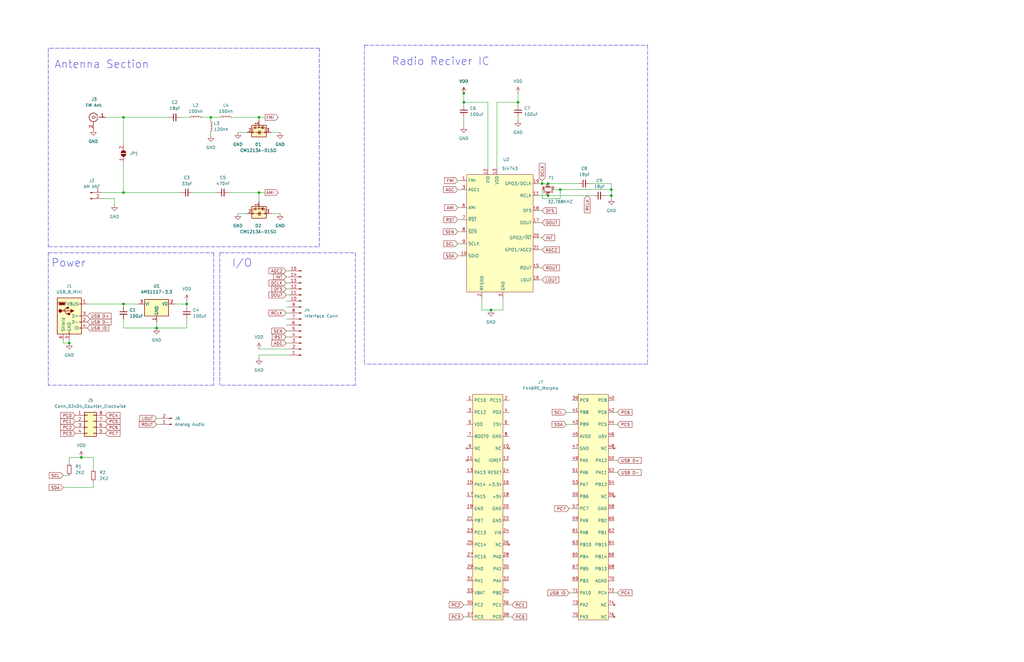
<source format=kicad_sch>
(kicad_sch (version 20211123) (generator eeschema)

  (uuid e63e39d7-6ac0-4ffd-8aa3-1841a4541b55)

  (paper "USLedger")

  (lib_symbols
    (symbol "Connector:Conn_01x02_Male" (pin_names (offset 1.016) hide) (in_bom yes) (on_board yes)
      (property "Reference" "J" (id 0) (at 0 2.54 0)
        (effects (font (size 1.27 1.27)))
      )
      (property "Value" "Conn_01x02_Male" (id 1) (at 0 -5.08 0)
        (effects (font (size 1.27 1.27)))
      )
      (property "Footprint" "" (id 2) (at 0 0 0)
        (effects (font (size 1.27 1.27)) hide)
      )
      (property "Datasheet" "~" (id 3) (at 0 0 0)
        (effects (font (size 1.27 1.27)) hide)
      )
      (property "ki_keywords" "connector" (id 4) (at 0 0 0)
        (effects (font (size 1.27 1.27)) hide)
      )
      (property "ki_description" "Generic connector, single row, 01x02, script generated (kicad-library-utils/schlib/autogen/connector/)" (id 5) (at 0 0 0)
        (effects (font (size 1.27 1.27)) hide)
      )
      (property "ki_fp_filters" "Connector*:*_1x??_*" (id 6) (at 0 0 0)
        (effects (font (size 1.27 1.27)) hide)
      )
      (symbol "Conn_01x02_Male_1_1"
        (polyline
          (pts
            (xy 1.27 -2.54)
            (xy 0.8636 -2.54)
          )
          (stroke (width 0.1524) (type default) (color 0 0 0 0))
          (fill (type none))
        )
        (polyline
          (pts
            (xy 1.27 0)
            (xy 0.8636 0)
          )
          (stroke (width 0.1524) (type default) (color 0 0 0 0))
          (fill (type none))
        )
        (rectangle (start 0.8636 -2.413) (end 0 -2.667)
          (stroke (width 0.1524) (type default) (color 0 0 0 0))
          (fill (type outline))
        )
        (rectangle (start 0.8636 0.127) (end 0 -0.127)
          (stroke (width 0.1524) (type default) (color 0 0 0 0))
          (fill (type outline))
        )
        (pin passive line (at 5.08 0 180) (length 3.81)
          (name "Pin_1" (effects (font (size 1.27 1.27))))
          (number "1" (effects (font (size 1.27 1.27))))
        )
        (pin passive line (at 5.08 -2.54 180) (length 3.81)
          (name "Pin_2" (effects (font (size 1.27 1.27))))
          (number "2" (effects (font (size 1.27 1.27))))
        )
      )
    )
    (symbol "Connector:Conn_01x15_Male" (pin_names (offset 1.016) hide) (in_bom yes) (on_board yes)
      (property "Reference" "J" (id 0) (at 0 20.32 0)
        (effects (font (size 1.27 1.27)))
      )
      (property "Value" "Conn_01x15_Male" (id 1) (at 0 -20.32 0)
        (effects (font (size 1.27 1.27)))
      )
      (property "Footprint" "" (id 2) (at 0 0 0)
        (effects (font (size 1.27 1.27)) hide)
      )
      (property "Datasheet" "~" (id 3) (at 0 0 0)
        (effects (font (size 1.27 1.27)) hide)
      )
      (property "ki_keywords" "connector" (id 4) (at 0 0 0)
        (effects (font (size 1.27 1.27)) hide)
      )
      (property "ki_description" "Generic connector, single row, 01x15, script generated (kicad-library-utils/schlib/autogen/connector/)" (id 5) (at 0 0 0)
        (effects (font (size 1.27 1.27)) hide)
      )
      (property "ki_fp_filters" "Connector*:*_1x??_*" (id 6) (at 0 0 0)
        (effects (font (size 1.27 1.27)) hide)
      )
      (symbol "Conn_01x15_Male_1_1"
        (polyline
          (pts
            (xy 1.27 -17.78)
            (xy 0.8636 -17.78)
          )
          (stroke (width 0.1524) (type default) (color 0 0 0 0))
          (fill (type none))
        )
        (polyline
          (pts
            (xy 1.27 -15.24)
            (xy 0.8636 -15.24)
          )
          (stroke (width 0.1524) (type default) (color 0 0 0 0))
          (fill (type none))
        )
        (polyline
          (pts
            (xy 1.27 -12.7)
            (xy 0.8636 -12.7)
          )
          (stroke (width 0.1524) (type default) (color 0 0 0 0))
          (fill (type none))
        )
        (polyline
          (pts
            (xy 1.27 -10.16)
            (xy 0.8636 -10.16)
          )
          (stroke (width 0.1524) (type default) (color 0 0 0 0))
          (fill (type none))
        )
        (polyline
          (pts
            (xy 1.27 -7.62)
            (xy 0.8636 -7.62)
          )
          (stroke (width 0.1524) (type default) (color 0 0 0 0))
          (fill (type none))
        )
        (polyline
          (pts
            (xy 1.27 -5.08)
            (xy 0.8636 -5.08)
          )
          (stroke (width 0.1524) (type default) (color 0 0 0 0))
          (fill (type none))
        )
        (polyline
          (pts
            (xy 1.27 -2.54)
            (xy 0.8636 -2.54)
          )
          (stroke (width 0.1524) (type default) (color 0 0 0 0))
          (fill (type none))
        )
        (polyline
          (pts
            (xy 1.27 0)
            (xy 0.8636 0)
          )
          (stroke (width 0.1524) (type default) (color 0 0 0 0))
          (fill (type none))
        )
        (polyline
          (pts
            (xy 1.27 2.54)
            (xy 0.8636 2.54)
          )
          (stroke (width 0.1524) (type default) (color 0 0 0 0))
          (fill (type none))
        )
        (polyline
          (pts
            (xy 1.27 5.08)
            (xy 0.8636 5.08)
          )
          (stroke (width 0.1524) (type default) (color 0 0 0 0))
          (fill (type none))
        )
        (polyline
          (pts
            (xy 1.27 7.62)
            (xy 0.8636 7.62)
          )
          (stroke (width 0.1524) (type default) (color 0 0 0 0))
          (fill (type none))
        )
        (polyline
          (pts
            (xy 1.27 10.16)
            (xy 0.8636 10.16)
          )
          (stroke (width 0.1524) (type default) (color 0 0 0 0))
          (fill (type none))
        )
        (polyline
          (pts
            (xy 1.27 12.7)
            (xy 0.8636 12.7)
          )
          (stroke (width 0.1524) (type default) (color 0 0 0 0))
          (fill (type none))
        )
        (polyline
          (pts
            (xy 1.27 15.24)
            (xy 0.8636 15.24)
          )
          (stroke (width 0.1524) (type default) (color 0 0 0 0))
          (fill (type none))
        )
        (polyline
          (pts
            (xy 1.27 17.78)
            (xy 0.8636 17.78)
          )
          (stroke (width 0.1524) (type default) (color 0 0 0 0))
          (fill (type none))
        )
        (rectangle (start 0.8636 -17.653) (end 0 -17.907)
          (stroke (width 0.1524) (type default) (color 0 0 0 0))
          (fill (type outline))
        )
        (rectangle (start 0.8636 -15.113) (end 0 -15.367)
          (stroke (width 0.1524) (type default) (color 0 0 0 0))
          (fill (type outline))
        )
        (rectangle (start 0.8636 -12.573) (end 0 -12.827)
          (stroke (width 0.1524) (type default) (color 0 0 0 0))
          (fill (type outline))
        )
        (rectangle (start 0.8636 -10.033) (end 0 -10.287)
          (stroke (width 0.1524) (type default) (color 0 0 0 0))
          (fill (type outline))
        )
        (rectangle (start 0.8636 -7.493) (end 0 -7.747)
          (stroke (width 0.1524) (type default) (color 0 0 0 0))
          (fill (type outline))
        )
        (rectangle (start 0.8636 -4.953) (end 0 -5.207)
          (stroke (width 0.1524) (type default) (color 0 0 0 0))
          (fill (type outline))
        )
        (rectangle (start 0.8636 -2.413) (end 0 -2.667)
          (stroke (width 0.1524) (type default) (color 0 0 0 0))
          (fill (type outline))
        )
        (rectangle (start 0.8636 0.127) (end 0 -0.127)
          (stroke (width 0.1524) (type default) (color 0 0 0 0))
          (fill (type outline))
        )
        (rectangle (start 0.8636 2.667) (end 0 2.413)
          (stroke (width 0.1524) (type default) (color 0 0 0 0))
          (fill (type outline))
        )
        (rectangle (start 0.8636 5.207) (end 0 4.953)
          (stroke (width 0.1524) (type default) (color 0 0 0 0))
          (fill (type outline))
        )
        (rectangle (start 0.8636 7.747) (end 0 7.493)
          (stroke (width 0.1524) (type default) (color 0 0 0 0))
          (fill (type outline))
        )
        (rectangle (start 0.8636 10.287) (end 0 10.033)
          (stroke (width 0.1524) (type default) (color 0 0 0 0))
          (fill (type outline))
        )
        (rectangle (start 0.8636 12.827) (end 0 12.573)
          (stroke (width 0.1524) (type default) (color 0 0 0 0))
          (fill (type outline))
        )
        (rectangle (start 0.8636 15.367) (end 0 15.113)
          (stroke (width 0.1524) (type default) (color 0 0 0 0))
          (fill (type outline))
        )
        (rectangle (start 0.8636 17.907) (end 0 17.653)
          (stroke (width 0.1524) (type default) (color 0 0 0 0))
          (fill (type outline))
        )
        (pin passive line (at 5.08 17.78 180) (length 3.81)
          (name "Pin_1" (effects (font (size 1.27 1.27))))
          (number "1" (effects (font (size 1.27 1.27))))
        )
        (pin passive line (at 5.08 -5.08 180) (length 3.81)
          (name "Pin_10" (effects (font (size 1.27 1.27))))
          (number "10" (effects (font (size 1.27 1.27))))
        )
        (pin passive line (at 5.08 -7.62 180) (length 3.81)
          (name "Pin_11" (effects (font (size 1.27 1.27))))
          (number "11" (effects (font (size 1.27 1.27))))
        )
        (pin passive line (at 5.08 -10.16 180) (length 3.81)
          (name "Pin_12" (effects (font (size 1.27 1.27))))
          (number "12" (effects (font (size 1.27 1.27))))
        )
        (pin passive line (at 5.08 -12.7 180) (length 3.81)
          (name "Pin_13" (effects (font (size 1.27 1.27))))
          (number "13" (effects (font (size 1.27 1.27))))
        )
        (pin passive line (at 5.08 -15.24 180) (length 3.81)
          (name "Pin_14" (effects (font (size 1.27 1.27))))
          (number "14" (effects (font (size 1.27 1.27))))
        )
        (pin passive line (at 5.08 -17.78 180) (length 3.81)
          (name "Pin_15" (effects (font (size 1.27 1.27))))
          (number "15" (effects (font (size 1.27 1.27))))
        )
        (pin passive line (at 5.08 15.24 180) (length 3.81)
          (name "Pin_2" (effects (font (size 1.27 1.27))))
          (number "2" (effects (font (size 1.27 1.27))))
        )
        (pin passive line (at 5.08 12.7 180) (length 3.81)
          (name "Pin_3" (effects (font (size 1.27 1.27))))
          (number "3" (effects (font (size 1.27 1.27))))
        )
        (pin passive line (at 5.08 10.16 180) (length 3.81)
          (name "Pin_4" (effects (font (size 1.27 1.27))))
          (number "4" (effects (font (size 1.27 1.27))))
        )
        (pin passive line (at 5.08 7.62 180) (length 3.81)
          (name "Pin_5" (effects (font (size 1.27 1.27))))
          (number "5" (effects (font (size 1.27 1.27))))
        )
        (pin passive line (at 5.08 5.08 180) (length 3.81)
          (name "Pin_6" (effects (font (size 1.27 1.27))))
          (number "6" (effects (font (size 1.27 1.27))))
        )
        (pin passive line (at 5.08 2.54 180) (length 3.81)
          (name "Pin_7" (effects (font (size 1.27 1.27))))
          (number "7" (effects (font (size 1.27 1.27))))
        )
        (pin passive line (at 5.08 0 180) (length 3.81)
          (name "Pin_8" (effects (font (size 1.27 1.27))))
          (number "8" (effects (font (size 1.27 1.27))))
        )
        (pin passive line (at 5.08 -2.54 180) (length 3.81)
          (name "Pin_9" (effects (font (size 1.27 1.27))))
          (number "9" (effects (font (size 1.27 1.27))))
        )
      )
    )
    (symbol "Connector:Conn_Coaxial" (pin_names (offset 1.016) hide) (in_bom yes) (on_board yes)
      (property "Reference" "J" (id 0) (at 0.254 3.048 0)
        (effects (font (size 1.27 1.27)))
      )
      (property "Value" "Conn_Coaxial" (id 1) (at 2.921 0 90)
        (effects (font (size 1.27 1.27)))
      )
      (property "Footprint" "" (id 2) (at 0 0 0)
        (effects (font (size 1.27 1.27)) hide)
      )
      (property "Datasheet" " ~" (id 3) (at 0 0 0)
        (effects (font (size 1.27 1.27)) hide)
      )
      (property "ki_keywords" "BNC SMA SMB SMC LEMO coaxial connector CINCH RCA" (id 4) (at 0 0 0)
        (effects (font (size 1.27 1.27)) hide)
      )
      (property "ki_description" "coaxial connector (BNC, SMA, SMB, SMC, Cinch/RCA, LEMO, ...)" (id 5) (at 0 0 0)
        (effects (font (size 1.27 1.27)) hide)
      )
      (property "ki_fp_filters" "*BNC* *SMA* *SMB* *SMC* *Cinch* *LEMO*" (id 6) (at 0 0 0)
        (effects (font (size 1.27 1.27)) hide)
      )
      (symbol "Conn_Coaxial_0_1"
        (arc (start -1.778 -0.508) (mid 0.2311 -1.8066) (end 1.778 0)
          (stroke (width 0.254) (type default) (color 0 0 0 0))
          (fill (type none))
        )
        (polyline
          (pts
            (xy -2.54 0)
            (xy -0.508 0)
          )
          (stroke (width 0) (type default) (color 0 0 0 0))
          (fill (type none))
        )
        (polyline
          (pts
            (xy 0 -2.54)
            (xy 0 -1.778)
          )
          (stroke (width 0) (type default) (color 0 0 0 0))
          (fill (type none))
        )
        (circle (center 0 0) (radius 0.508)
          (stroke (width 0.2032) (type default) (color 0 0 0 0))
          (fill (type none))
        )
        (arc (start 1.778 0) (mid 0.2099 1.8101) (end -1.778 0.508)
          (stroke (width 0.254) (type default) (color 0 0 0 0))
          (fill (type none))
        )
      )
      (symbol "Conn_Coaxial_1_1"
        (pin passive line (at -5.08 0 0) (length 2.54)
          (name "In" (effects (font (size 1.27 1.27))))
          (number "1" (effects (font (size 1.27 1.27))))
        )
        (pin passive line (at 0 -5.08 90) (length 2.54)
          (name "Ext" (effects (font (size 1.27 1.27))))
          (number "2" (effects (font (size 1.27 1.27))))
        )
      )
    )
    (symbol "Connector:USB_B_Mini" (pin_names (offset 1.016)) (in_bom yes) (on_board yes)
      (property "Reference" "J" (id 0) (at -5.08 11.43 0)
        (effects (font (size 1.27 1.27)) (justify left))
      )
      (property "Value" "USB_B_Mini" (id 1) (at -5.08 8.89 0)
        (effects (font (size 1.27 1.27)) (justify left))
      )
      (property "Footprint" "" (id 2) (at 3.81 -1.27 0)
        (effects (font (size 1.27 1.27)) hide)
      )
      (property "Datasheet" "~" (id 3) (at 3.81 -1.27 0)
        (effects (font (size 1.27 1.27)) hide)
      )
      (property "ki_keywords" "connector USB mini" (id 4) (at 0 0 0)
        (effects (font (size 1.27 1.27)) hide)
      )
      (property "ki_description" "USB Mini Type B connector" (id 5) (at 0 0 0)
        (effects (font (size 1.27 1.27)) hide)
      )
      (property "ki_fp_filters" "USB*" (id 6) (at 0 0 0)
        (effects (font (size 1.27 1.27)) hide)
      )
      (symbol "USB_B_Mini_0_1"
        (rectangle (start -5.08 -7.62) (end 5.08 7.62)
          (stroke (width 0.254) (type default) (color 0 0 0 0))
          (fill (type background))
        )
        (circle (center -3.81 2.159) (radius 0.635)
          (stroke (width 0.254) (type default) (color 0 0 0 0))
          (fill (type outline))
        )
        (circle (center -0.635 3.429) (radius 0.381)
          (stroke (width 0.254) (type default) (color 0 0 0 0))
          (fill (type outline))
        )
        (rectangle (start -0.127 -7.62) (end 0.127 -6.858)
          (stroke (width 0) (type default) (color 0 0 0 0))
          (fill (type none))
        )
        (polyline
          (pts
            (xy -1.905 2.159)
            (xy 0.635 2.159)
          )
          (stroke (width 0.254) (type default) (color 0 0 0 0))
          (fill (type none))
        )
        (polyline
          (pts
            (xy -3.175 2.159)
            (xy -2.54 2.159)
            (xy -1.27 3.429)
            (xy -0.635 3.429)
          )
          (stroke (width 0.254) (type default) (color 0 0 0 0))
          (fill (type none))
        )
        (polyline
          (pts
            (xy -2.54 2.159)
            (xy -1.905 2.159)
            (xy -1.27 0.889)
            (xy 0 0.889)
          )
          (stroke (width 0.254) (type default) (color 0 0 0 0))
          (fill (type none))
        )
        (polyline
          (pts
            (xy 0.635 2.794)
            (xy 0.635 1.524)
            (xy 1.905 2.159)
            (xy 0.635 2.794)
          )
          (stroke (width 0.254) (type default) (color 0 0 0 0))
          (fill (type outline))
        )
        (polyline
          (pts
            (xy -4.318 5.588)
            (xy -1.778 5.588)
            (xy -2.032 4.826)
            (xy -4.064 4.826)
            (xy -4.318 5.588)
          )
          (stroke (width 0) (type default) (color 0 0 0 0))
          (fill (type outline))
        )
        (polyline
          (pts
            (xy -4.699 5.842)
            (xy -4.699 5.588)
            (xy -4.445 4.826)
            (xy -4.445 4.572)
            (xy -1.651 4.572)
            (xy -1.651 4.826)
            (xy -1.397 5.588)
            (xy -1.397 5.842)
            (xy -4.699 5.842)
          )
          (stroke (width 0) (type default) (color 0 0 0 0))
          (fill (type none))
        )
        (rectangle (start 0.254 1.27) (end -0.508 0.508)
          (stroke (width 0.254) (type default) (color 0 0 0 0))
          (fill (type outline))
        )
        (rectangle (start 5.08 -5.207) (end 4.318 -4.953)
          (stroke (width 0) (type default) (color 0 0 0 0))
          (fill (type none))
        )
        (rectangle (start 5.08 -2.667) (end 4.318 -2.413)
          (stroke (width 0) (type default) (color 0 0 0 0))
          (fill (type none))
        )
        (rectangle (start 5.08 -0.127) (end 4.318 0.127)
          (stroke (width 0) (type default) (color 0 0 0 0))
          (fill (type none))
        )
        (rectangle (start 5.08 4.953) (end 4.318 5.207)
          (stroke (width 0) (type default) (color 0 0 0 0))
          (fill (type none))
        )
      )
      (symbol "USB_B_Mini_1_1"
        (pin power_out line (at 7.62 5.08 180) (length 2.54)
          (name "VBUS" (effects (font (size 1.27 1.27))))
          (number "1" (effects (font (size 1.27 1.27))))
        )
        (pin bidirectional line (at 7.62 -2.54 180) (length 2.54)
          (name "D-" (effects (font (size 1.27 1.27))))
          (number "2" (effects (font (size 1.27 1.27))))
        )
        (pin bidirectional line (at 7.62 0 180) (length 2.54)
          (name "D+" (effects (font (size 1.27 1.27))))
          (number "3" (effects (font (size 1.27 1.27))))
        )
        (pin passive line (at 7.62 -5.08 180) (length 2.54)
          (name "ID" (effects (font (size 1.27 1.27))))
          (number "4" (effects (font (size 1.27 1.27))))
        )
        (pin power_out line (at 0 -10.16 90) (length 2.54)
          (name "GND" (effects (font (size 1.27 1.27))))
          (number "5" (effects (font (size 1.27 1.27))))
        )
        (pin passive line (at -2.54 -10.16 90) (length 2.54)
          (name "Shield" (effects (font (size 1.27 1.27))))
          (number "6" (effects (font (size 1.27 1.27))))
        )
      )
    )
    (symbol "Connector_Generic:Conn_02x04_Counter_Clockwise" (pin_names (offset 1.016) hide) (in_bom yes) (on_board yes)
      (property "Reference" "J" (id 0) (at 1.27 5.08 0)
        (effects (font (size 1.27 1.27)))
      )
      (property "Value" "Conn_02x04_Counter_Clockwise" (id 1) (at 1.27 -7.62 0)
        (effects (font (size 1.27 1.27)))
      )
      (property "Footprint" "" (id 2) (at 0 0 0)
        (effects (font (size 1.27 1.27)) hide)
      )
      (property "Datasheet" "~" (id 3) (at 0 0 0)
        (effects (font (size 1.27 1.27)) hide)
      )
      (property "ki_keywords" "connector" (id 4) (at 0 0 0)
        (effects (font (size 1.27 1.27)) hide)
      )
      (property "ki_description" "Generic connector, double row, 02x04, counter clockwise pin numbering scheme (similar to DIP packge numbering), script generated (kicad-library-utils/schlib/autogen/connector/)" (id 5) (at 0 0 0)
        (effects (font (size 1.27 1.27)) hide)
      )
      (property "ki_fp_filters" "Connector*:*_2x??_*" (id 6) (at 0 0 0)
        (effects (font (size 1.27 1.27)) hide)
      )
      (symbol "Conn_02x04_Counter_Clockwise_1_1"
        (rectangle (start -1.27 -4.953) (end 0 -5.207)
          (stroke (width 0.1524) (type default) (color 0 0 0 0))
          (fill (type none))
        )
        (rectangle (start -1.27 -2.413) (end 0 -2.667)
          (stroke (width 0.1524) (type default) (color 0 0 0 0))
          (fill (type none))
        )
        (rectangle (start -1.27 0.127) (end 0 -0.127)
          (stroke (width 0.1524) (type default) (color 0 0 0 0))
          (fill (type none))
        )
        (rectangle (start -1.27 2.667) (end 0 2.413)
          (stroke (width 0.1524) (type default) (color 0 0 0 0))
          (fill (type none))
        )
        (rectangle (start -1.27 3.81) (end 3.81 -6.35)
          (stroke (width 0.254) (type default) (color 0 0 0 0))
          (fill (type background))
        )
        (rectangle (start 3.81 -4.953) (end 2.54 -5.207)
          (stroke (width 0.1524) (type default) (color 0 0 0 0))
          (fill (type none))
        )
        (rectangle (start 3.81 -2.413) (end 2.54 -2.667)
          (stroke (width 0.1524) (type default) (color 0 0 0 0))
          (fill (type none))
        )
        (rectangle (start 3.81 0.127) (end 2.54 -0.127)
          (stroke (width 0.1524) (type default) (color 0 0 0 0))
          (fill (type none))
        )
        (rectangle (start 3.81 2.667) (end 2.54 2.413)
          (stroke (width 0.1524) (type default) (color 0 0 0 0))
          (fill (type none))
        )
        (pin passive line (at -5.08 2.54 0) (length 3.81)
          (name "Pin_1" (effects (font (size 1.27 1.27))))
          (number "1" (effects (font (size 1.27 1.27))))
        )
        (pin passive line (at -5.08 0 0) (length 3.81)
          (name "Pin_2" (effects (font (size 1.27 1.27))))
          (number "2" (effects (font (size 1.27 1.27))))
        )
        (pin passive line (at -5.08 -2.54 0) (length 3.81)
          (name "Pin_3" (effects (font (size 1.27 1.27))))
          (number "3" (effects (font (size 1.27 1.27))))
        )
        (pin passive line (at -5.08 -5.08 0) (length 3.81)
          (name "Pin_4" (effects (font (size 1.27 1.27))))
          (number "4" (effects (font (size 1.27 1.27))))
        )
        (pin passive line (at 7.62 -5.08 180) (length 3.81)
          (name "Pin_5" (effects (font (size 1.27 1.27))))
          (number "5" (effects (font (size 1.27 1.27))))
        )
        (pin passive line (at 7.62 -2.54 180) (length 3.81)
          (name "Pin_6" (effects (font (size 1.27 1.27))))
          (number "6" (effects (font (size 1.27 1.27))))
        )
        (pin passive line (at 7.62 0 180) (length 3.81)
          (name "Pin_7" (effects (font (size 1.27 1.27))))
          (number "7" (effects (font (size 1.27 1.27))))
        )
        (pin passive line (at 7.62 2.54 180) (length 3.81)
          (name "Pin_8" (effects (font (size 1.27 1.27))))
          (number "8" (effects (font (size 1.27 1.27))))
        )
      )
    )
    (symbol "Device-user:L_Small" (pin_numbers hide) (pin_names (offset 0.254) hide) (in_bom yes) (on_board yes)
      (property "Reference" "L" (id 0) (at 0.762 1.016 0)
        (effects (font (size 1.27 1.27)) (justify left))
      )
      (property "Value" "L_Small" (id 1) (at 0.762 -1.016 0)
        (effects (font (size 1.27 1.27)) (justify left))
      )
      (property "Footprint" "" (id 2) (at 0 0 0)
        (effects (font (size 1.27 1.27)) hide)
      )
      (property "Datasheet" "~" (id 3) (at 0 0 0)
        (effects (font (size 1.27 1.27)) hide)
      )
      (property "ki_keywords" "inductor choke coil reactor magnetic" (id 4) (at 0 0 0)
        (effects (font (size 1.27 1.27)) hide)
      )
      (property "ki_description" "Inductor, small symbol" (id 5) (at 0 0 0)
        (effects (font (size 1.27 1.27)) hide)
      )
      (property "ki_fp_filters" "Choke_* *Coil* Inductor_* L_*" (id 6) (at 0 0 0)
        (effects (font (size 1.27 1.27)) hide)
      )
      (symbol "L_Small_0_1"
        (arc (start 0 -2.032) (mid 0.508 -1.524) (end 0 -1.016)
          (stroke (width 0) (type default) (color 0 0 0 0))
          (fill (type none))
        )
        (arc (start 0 -1.016) (mid 0.508 -0.508) (end 0 0)
          (stroke (width 0) (type default) (color 0 0 0 0))
          (fill (type none))
        )
        (arc (start 0 0) (mid 0.508 0.508) (end 0 1.016)
          (stroke (width 0) (type default) (color 0 0 0 0))
          (fill (type none))
        )
        (arc (start 0 1.016) (mid 0.508 1.524) (end 0 2.032)
          (stroke (width 0) (type default) (color 0 0 0 0))
          (fill (type none))
        )
      )
      (symbol "L_Small_1_1"
        (pin passive line (at 0 2.54 270) (length 0.508)
          (name "~" (effects (font (size 1.27 1.27))))
          (number "1" (effects (font (size 1.27 1.27))))
        )
        (pin passive line (at 0 -2.54 90) (length 0.508)
          (name "~" (effects (font (size 1.27 1.27))))
          (number "2" (effects (font (size 1.27 1.27))))
        )
      )
    )
    (symbol "Device:C_Small" (pin_numbers hide) (pin_names (offset 0.254) hide) (in_bom yes) (on_board yes)
      (property "Reference" "C" (id 0) (at 0.254 1.778 0)
        (effects (font (size 1.27 1.27)) (justify left))
      )
      (property "Value" "C_Small" (id 1) (at 0.254 -2.032 0)
        (effects (font (size 1.27 1.27)) (justify left))
      )
      (property "Footprint" "" (id 2) (at 0 0 0)
        (effects (font (size 1.27 1.27)) hide)
      )
      (property "Datasheet" "~" (id 3) (at 0 0 0)
        (effects (font (size 1.27 1.27)) hide)
      )
      (property "ki_keywords" "capacitor cap" (id 4) (at 0 0 0)
        (effects (font (size 1.27 1.27)) hide)
      )
      (property "ki_description" "Unpolarized capacitor, small symbol" (id 5) (at 0 0 0)
        (effects (font (size 1.27 1.27)) hide)
      )
      (property "ki_fp_filters" "C_*" (id 6) (at 0 0 0)
        (effects (font (size 1.27 1.27)) hide)
      )
      (symbol "C_Small_0_1"
        (polyline
          (pts
            (xy -1.524 -0.508)
            (xy 1.524 -0.508)
          )
          (stroke (width 0.3302) (type default) (color 0 0 0 0))
          (fill (type none))
        )
        (polyline
          (pts
            (xy -1.524 0.508)
            (xy 1.524 0.508)
          )
          (stroke (width 0.3048) (type default) (color 0 0 0 0))
          (fill (type none))
        )
      )
      (symbol "C_Small_1_1"
        (pin passive line (at 0 2.54 270) (length 2.032)
          (name "~" (effects (font (size 1.27 1.27))))
          (number "1" (effects (font (size 1.27 1.27))))
        )
        (pin passive line (at 0 -2.54 90) (length 2.032)
          (name "~" (effects (font (size 1.27 1.27))))
          (number "2" (effects (font (size 1.27 1.27))))
        )
      )
    )
    (symbol "Device:Crystal_GND23_Small" (pin_names (offset 1.016) hide) (in_bom yes) (on_board yes)
      (property "Reference" "Y" (id 0) (at 1.27 4.445 0)
        (effects (font (size 1.27 1.27)) (justify left))
      )
      (property "Value" "Crystal_GND23_Small" (id 1) (at 1.27 2.54 0)
        (effects (font (size 1.27 1.27)) (justify left))
      )
      (property "Footprint" "" (id 2) (at 0 0 0)
        (effects (font (size 1.27 1.27)) hide)
      )
      (property "Datasheet" "~" (id 3) (at 0 0 0)
        (effects (font (size 1.27 1.27)) hide)
      )
      (property "ki_keywords" "quartz ceramic resonator oscillator" (id 4) (at 0 0 0)
        (effects (font (size 1.27 1.27)) hide)
      )
      (property "ki_description" "Four pin crystal, GND on pins 2 and 3, small symbol" (id 5) (at 0 0 0)
        (effects (font (size 1.27 1.27)) hide)
      )
      (property "ki_fp_filters" "Crystal*" (id 6) (at 0 0 0)
        (effects (font (size 1.27 1.27)) hide)
      )
      (symbol "Crystal_GND23_Small_0_1"
        (rectangle (start -0.762 -1.524) (end 0.762 1.524)
          (stroke (width 0) (type default) (color 0 0 0 0))
          (fill (type none))
        )
        (polyline
          (pts
            (xy -1.27 -0.762)
            (xy -1.27 0.762)
          )
          (stroke (width 0.381) (type default) (color 0 0 0 0))
          (fill (type none))
        )
        (polyline
          (pts
            (xy 1.27 -0.762)
            (xy 1.27 0.762)
          )
          (stroke (width 0.381) (type default) (color 0 0 0 0))
          (fill (type none))
        )
        (polyline
          (pts
            (xy -1.27 -1.27)
            (xy -1.27 -1.905)
            (xy 1.27 -1.905)
            (xy 1.27 -1.27)
          )
          (stroke (width 0) (type default) (color 0 0 0 0))
          (fill (type none))
        )
        (polyline
          (pts
            (xy -1.27 1.27)
            (xy -1.27 1.905)
            (xy 1.27 1.905)
            (xy 1.27 1.27)
          )
          (stroke (width 0) (type default) (color 0 0 0 0))
          (fill (type none))
        )
      )
      (symbol "Crystal_GND23_Small_1_1"
        (pin passive line (at -2.54 0 0) (length 1.27)
          (name "1" (effects (font (size 1.27 1.27))))
          (number "1" (effects (font (size 0.762 0.762))))
        )
        (pin passive line (at 0 -2.54 90) (length 0.635)
          (name "2" (effects (font (size 1.27 1.27))))
          (number "2" (effects (font (size 0.762 0.762))))
        )
        (pin passive line (at 0 2.54 270) (length 0.635)
          (name "3" (effects (font (size 1.27 1.27))))
          (number "3" (effects (font (size 0.762 0.762))))
        )
        (pin passive line (at 2.54 0 180) (length 1.27)
          (name "4" (effects (font (size 1.27 1.27))))
          (number "4" (effects (font (size 0.762 0.762))))
        )
      )
    )
    (symbol "Device:R_Small" (pin_numbers hide) (pin_names (offset 0.254) hide) (in_bom yes) (on_board yes)
      (property "Reference" "R" (id 0) (at 0.762 0.508 0)
        (effects (font (size 1.27 1.27)) (justify left))
      )
      (property "Value" "R_Small" (id 1) (at 0.762 -1.016 0)
        (effects (font (size 1.27 1.27)) (justify left))
      )
      (property "Footprint" "" (id 2) (at 0 0 0)
        (effects (font (size 1.27 1.27)) hide)
      )
      (property "Datasheet" "~" (id 3) (at 0 0 0)
        (effects (font (size 1.27 1.27)) hide)
      )
      (property "ki_keywords" "R resistor" (id 4) (at 0 0 0)
        (effects (font (size 1.27 1.27)) hide)
      )
      (property "ki_description" "Resistor, small symbol" (id 5) (at 0 0 0)
        (effects (font (size 1.27 1.27)) hide)
      )
      (property "ki_fp_filters" "R_*" (id 6) (at 0 0 0)
        (effects (font (size 1.27 1.27)) hide)
      )
      (symbol "R_Small_0_1"
        (rectangle (start -0.762 1.778) (end 0.762 -1.778)
          (stroke (width 0.2032) (type default) (color 0 0 0 0))
          (fill (type none))
        )
      )
      (symbol "R_Small_1_1"
        (pin passive line (at 0 2.54 270) (length 0.762)
          (name "~" (effects (font (size 1.27 1.27))))
          (number "1" (effects (font (size 1.27 1.27))))
        )
        (pin passive line (at 0 -2.54 90) (length 0.762)
          (name "~" (effects (font (size 1.27 1.27))))
          (number "2" (effects (font (size 1.27 1.27))))
        )
      )
    )
    (symbol "FormFactor:F446RE_Morpho" (in_bom yes) (on_board yes)
      (property "Reference" "J" (id 0) (at 0 0 0)
        (effects (font (size 1.27 1.27)))
      )
      (property "Value" "F446RE_Morpho" (id 1) (at 0 0 0)
        (effects (font (size 1.27 1.27)))
      )
      (property "Footprint" "FormFactor:Nucleo-64 Without Arduino Header" (id 2) (at 0 0 0)
        (effects (font (size 1.27 1.27)) hide)
      )
      (property "Datasheet" "" (id 3) (at 0 0 0)
        (effects (font (size 1.27 1.27)) hide)
      )
      (symbol "F446RE_Morpho_0_0"
        (pin no_connect line (at 13.97 -24.13 180) (length 2.54)
          (name "NC" (effects (font (size 1.27 1.27))))
          (number "10" (effects (font (size 1.27 1.27))))
        )
        (pin no_connect line (at -3.81 -29.21 0) (length 2.54)
          (name "NC" (effects (font (size 1.27 1.27))))
          (number "11" (effects (font (size 1.27 1.27))))
        )
        (pin input line (at 13.97 -29.21 180) (length 2.54)
          (name "IOREF" (effects (font (size 1.27 1.27))))
          (number "12" (effects (font (size 1.27 1.27))))
        )
        (pin input line (at -3.81 -34.29 0) (length 2.54)
          (name "PA13" (effects (font (size 1.27 1.27))))
          (number "13" (effects (font (size 1.27 1.27))))
        )
        (pin input line (at 13.97 -34.29 180) (length 2.54)
          (name "RESET" (effects (font (size 1.27 1.27))))
          (number "14" (effects (font (size 1.27 1.27))))
        )
        (pin input line (at -3.81 -39.37 0) (length 2.54)
          (name "PA14" (effects (font (size 1.27 1.27))))
          (number "15" (effects (font (size 1.27 1.27))))
        )
        (pin input line (at 13.97 -39.37 180) (length 2.54)
          (name "+3.3V" (effects (font (size 1.27 1.27))))
          (number "16" (effects (font (size 1.27 1.27))))
        )
        (pin input line (at -3.81 -44.45 0) (length 2.54)
          (name "PA15" (effects (font (size 1.27 1.27))))
          (number "17" (effects (font (size 1.27 1.27))))
        )
        (pin input line (at 13.97 -44.45 180) (length 2.54)
          (name "+5V" (effects (font (size 1.27 1.27))))
          (number "18" (effects (font (size 1.27 1.27))))
        )
        (pin input line (at -3.81 -49.53 0) (length 2.54)
          (name "GND" (effects (font (size 1.27 1.27))))
          (number "19" (effects (font (size 1.27 1.27))))
        )
        (pin input line (at 13.97 -3.81 180) (length 2.54)
          (name "PC11" (effects (font (size 1.27 1.27))))
          (number "2" (effects (font (size 1.27 1.27))))
        )
        (pin input line (at 13.97 -49.53 180) (length 2.54)
          (name "GND" (effects (font (size 1.27 1.27))))
          (number "20" (effects (font (size 1.27 1.27))))
        )
        (pin input line (at -3.81 -54.61 0) (length 2.54)
          (name "PB7" (effects (font (size 1.27 1.27))))
          (number "21" (effects (font (size 1.27 1.27))))
        )
        (pin input line (at 13.97 -54.61 180) (length 2.54)
          (name "GND" (effects (font (size 1.27 1.27))))
          (number "22" (effects (font (size 1.27 1.27))))
        )
        (pin input line (at -3.81 -59.69 0) (length 2.54)
          (name "PC13" (effects (font (size 1.27 1.27))))
          (number "23" (effects (font (size 1.27 1.27))))
        )
        (pin input line (at 13.97 -59.69 180) (length 2.54)
          (name "VIN" (effects (font (size 1.27 1.27))))
          (number "24" (effects (font (size 1.27 1.27))))
        )
        (pin input line (at -3.81 -64.77 0) (length 2.54)
          (name "PC14" (effects (font (size 1.27 1.27))))
          (number "25" (effects (font (size 1.27 1.27))))
        )
        (pin no_connect line (at 13.97 -64.77 180) (length 2.54)
          (name "NC" (effects (font (size 1.27 1.27))))
          (number "26" (effects (font (size 1.27 1.27))))
        )
        (pin input line (at -3.81 -69.85 0) (length 2.54)
          (name "PC15" (effects (font (size 1.27 1.27))))
          (number "27" (effects (font (size 1.27 1.27))))
        )
        (pin input line (at 13.97 -69.85 180) (length 2.54)
          (name "PA0" (effects (font (size 1.27 1.27))))
          (number "28" (effects (font (size 1.27 1.27))))
        )
        (pin input line (at -3.81 -74.93 0) (length 2.54)
          (name "PH0" (effects (font (size 1.27 1.27))))
          (number "29" (effects (font (size 1.27 1.27))))
        )
        (pin input line (at -3.81 -8.89 0) (length 2.54)
          (name "PC12" (effects (font (size 1.27 1.27))))
          (number "3" (effects (font (size 1.27 1.27))))
        )
        (pin input line (at 13.97 -74.93 180) (length 2.54)
          (name "PA1" (effects (font (size 1.27 1.27))))
          (number "30" (effects (font (size 1.27 1.27))))
        )
        (pin input line (at -3.81 -80.01 0) (length 2.54)
          (name "PH1" (effects (font (size 1.27 1.27))))
          (number "31" (effects (font (size 1.27 1.27))))
        )
        (pin input line (at 13.97 -80.01 180) (length 2.54)
          (name "PA4" (effects (font (size 1.27 1.27))))
          (number "32" (effects (font (size 1.27 1.27))))
        )
        (pin input line (at -3.81 -85.09 0) (length 2.54)
          (name "VBAT" (effects (font (size 1.27 1.27))))
          (number "33" (effects (font (size 1.27 1.27))))
        )
        (pin input line (at 13.97 -85.09 180) (length 2.54)
          (name "PB0" (effects (font (size 1.27 1.27))))
          (number "34" (effects (font (size 1.27 1.27))))
        )
        (pin input line (at -3.81 -90.17 0) (length 2.54)
          (name "PC2" (effects (font (size 1.27 1.27))))
          (number "35" (effects (font (size 1.27 1.27))))
        )
        (pin input line (at 13.97 -90.17 180) (length 2.54)
          (name "PC1" (effects (font (size 1.27 1.27))))
          (number "36" (effects (font (size 1.27 1.27))))
        )
        (pin input line (at -3.81 -95.25 0) (length 2.54)
          (name "PC3" (effects (font (size 1.27 1.27))))
          (number "37" (effects (font (size 1.27 1.27))))
        )
        (pin input line (at 13.97 -95.25 180) (length 2.54)
          (name "PC0" (effects (font (size 1.27 1.27))))
          (number "38" (effects (font (size 1.27 1.27))))
        )
        (pin input line (at 13.97 -8.89 180) (length 2.54)
          (name "PD2" (effects (font (size 1.27 1.27))))
          (number "4" (effects (font (size 1.27 1.27))))
        )
        (pin input line (at 58.42 -3.81 180) (length 2.54)
          (name "PC8" (effects (font (size 1.27 1.27))))
          (number "40" (effects (font (size 1.27 1.27))))
        )
        (pin input line (at 40.64 -8.89 0) (length 2.54)
          (name "PB8" (effects (font (size 1.27 1.27))))
          (number "41" (effects (font (size 1.27 1.27))))
        )
        (pin input line (at 58.42 -8.89 180) (length 2.54)
          (name "PC6" (effects (font (size 1.27 1.27))))
          (number "42" (effects (font (size 1.27 1.27))))
        )
        (pin input line (at 40.64 -13.97 0) (length 2.54)
          (name "PB9" (effects (font (size 1.27 1.27))))
          (number "43" (effects (font (size 1.27 1.27))))
        )
        (pin input line (at 58.42 -13.97 180) (length 2.54)
          (name "PC5" (effects (font (size 1.27 1.27))))
          (number "44" (effects (font (size 1.27 1.27))))
        )
        (pin input line (at 40.64 -19.05 0) (length 2.54)
          (name "AVDD" (effects (font (size 1.27 1.27))))
          (number "45" (effects (font (size 1.27 1.27))))
        )
        (pin input line (at 58.42 -19.05 180) (length 2.54)
          (name "U5V" (effects (font (size 1.27 1.27))))
          (number "46" (effects (font (size 1.27 1.27))))
        )
        (pin input line (at 40.64 -24.13 0) (length 2.54)
          (name "GND" (effects (font (size 1.27 1.27))))
          (number "47" (effects (font (size 1.27 1.27))))
        )
        (pin no_connect line (at 58.42 -24.13 180) (length 2.54)
          (name "NC" (effects (font (size 1.27 1.27))))
          (number "48" (effects (font (size 1.27 1.27))))
        )
        (pin input line (at 40.64 -29.21 0) (length 2.54)
          (name "PA5" (effects (font (size 1.27 1.27))))
          (number "49" (effects (font (size 1.27 1.27))))
        )
        (pin input line (at -3.81 -13.97 0) (length 2.54)
          (name "VDD" (effects (font (size 1.27 1.27))))
          (number "5" (effects (font (size 1.27 1.27))))
        )
        (pin input line (at 58.42 -29.21 180) (length 2.54)
          (name "PA12" (effects (font (size 1.27 1.27))))
          (number "50" (effects (font (size 1.27 1.27))))
        )
        (pin input line (at 40.64 -34.29 0) (length 2.54)
          (name "PA6" (effects (font (size 1.27 1.27))))
          (number "51" (effects (font (size 1.27 1.27))))
        )
        (pin input line (at 58.42 -34.29 180) (length 2.54)
          (name "PA11" (effects (font (size 1.27 1.27))))
          (number "52" (effects (font (size 1.27 1.27))))
        )
        (pin input line (at 40.64 -39.37 0) (length 2.54)
          (name "PA7" (effects (font (size 1.27 1.27))))
          (number "53" (effects (font (size 1.27 1.27))))
        )
        (pin input line (at 58.42 -39.37 180) (length 2.54)
          (name "PB12" (effects (font (size 1.27 1.27))))
          (number "54" (effects (font (size 1.27 1.27))))
        )
        (pin input line (at 40.64 -44.45 0) (length 2.54)
          (name "PB6" (effects (font (size 1.27 1.27))))
          (number "55" (effects (font (size 1.27 1.27))))
        )
        (pin no_connect line (at 58.42 -44.45 180) (length 2.54)
          (name "NC" (effects (font (size 1.27 1.27))))
          (number "56" (effects (font (size 1.27 1.27))))
        )
        (pin input line (at 40.64 -49.53 0) (length 2.54)
          (name "PC7" (effects (font (size 1.27 1.27))))
          (number "57" (effects (font (size 1.27 1.27))))
        )
        (pin input line (at 58.42 -49.53 180) (length 2.54)
          (name "GND" (effects (font (size 1.27 1.27))))
          (number "58" (effects (font (size 1.27 1.27))))
        )
        (pin input line (at 40.64 -54.61 0) (length 2.54)
          (name "PA9" (effects (font (size 1.27 1.27))))
          (number "59" (effects (font (size 1.27 1.27))))
        )
        (pin input line (at 13.97 -13.97 180) (length 2.54)
          (name "E5V" (effects (font (size 1.27 1.27))))
          (number "6" (effects (font (size 1.27 1.27))))
        )
        (pin input line (at 58.42 -54.61 180) (length 2.54)
          (name "PB2" (effects (font (size 1.27 1.27))))
          (number "60" (effects (font (size 1.27 1.27))))
        )
        (pin input line (at 40.64 -59.69 0) (length 2.54)
          (name "PA8" (effects (font (size 1.27 1.27))))
          (number "61" (effects (font (size 1.27 1.27))))
        )
        (pin input line (at 58.42 -59.69 180) (length 2.54)
          (name "PB1" (effects (font (size 1.27 1.27))))
          (number "62" (effects (font (size 1.27 1.27))))
        )
        (pin input line (at 40.64 -64.77 0) (length 2.54)
          (name "PB10" (effects (font (size 1.27 1.27))))
          (number "63" (effects (font (size 1.27 1.27))))
        )
        (pin input line (at 58.42 -64.77 180) (length 2.54)
          (name "PB15" (effects (font (size 1.27 1.27))))
          (number "64" (effects (font (size 1.27 1.27))))
        )
        (pin input line (at 40.64 -69.85 0) (length 2.54)
          (name "PB4" (effects (font (size 1.27 1.27))))
          (number "65" (effects (font (size 1.27 1.27))))
        )
        (pin input line (at 58.42 -69.85 180) (length 2.54)
          (name "PB14" (effects (font (size 1.27 1.27))))
          (number "66" (effects (font (size 1.27 1.27))))
        )
        (pin input line (at 40.64 -74.93 0) (length 2.54)
          (name "PB5" (effects (font (size 1.27 1.27))))
          (number "67" (effects (font (size 1.27 1.27))))
        )
        (pin input line (at 58.42 -74.93 180) (length 2.54)
          (name "PB13" (effects (font (size 1.27 1.27))))
          (number "68" (effects (font (size 1.27 1.27))))
        )
        (pin input line (at 40.64 -80.01 0) (length 2.54)
          (name "PB3" (effects (font (size 1.27 1.27))))
          (number "69" (effects (font (size 1.27 1.27))))
        )
        (pin input line (at -3.81 -19.05 0) (length 2.54)
          (name "BOOT0" (effects (font (size 1.27 1.27))))
          (number "7" (effects (font (size 1.27 1.27))))
        )
        (pin input line (at 58.42 -80.01 180) (length 2.54)
          (name "AGND" (effects (font (size 1.27 1.27))))
          (number "70" (effects (font (size 1.27 1.27))))
        )
        (pin input line (at 40.64 -85.09 0) (length 2.54)
          (name "PA10" (effects (font (size 1.27 1.27))))
          (number "71" (effects (font (size 1.27 1.27))))
        )
        (pin input line (at 58.42 -85.09 180) (length 2.54)
          (name "PC4" (effects (font (size 1.27 1.27))))
          (number "72" (effects (font (size 1.27 1.27))))
        )
        (pin input line (at 40.64 -90.17 0) (length 2.54)
          (name "PA2" (effects (font (size 1.27 1.27))))
          (number "73" (effects (font (size 1.27 1.27))))
        )
        (pin no_connect line (at 58.42 -90.17 180) (length 2.54)
          (name "NC" (effects (font (size 1.27 1.27))))
          (number "74" (effects (font (size 1.27 1.27))))
        )
        (pin input line (at 40.64 -95.25 0) (length 2.54)
          (name "PA3" (effects (font (size 1.27 1.27))))
          (number "75" (effects (font (size 1.27 1.27))))
        )
        (pin no_connect line (at 58.42 -95.25 180) (length 2.54)
          (name "NC" (effects (font (size 1.27 1.27))))
          (number "76" (effects (font (size 1.27 1.27))))
        )
        (pin input line (at 13.97 -19.05 180) (length 2.54)
          (name "GND" (effects (font (size 1.27 1.27))))
          (number "8" (effects (font (size 1.27 1.27))))
        )
        (pin no_connect line (at -3.81 -24.13 0) (length 2.54)
          (name "NC" (effects (font (size 1.27 1.27))))
          (number "9" (effects (font (size 1.27 1.27))))
        )
      )
      (symbol "F446RE_Morpho_0_1"
        (rectangle (start -1.27 -96.52) (end 11.43 -1.27)
          (stroke (width 0) (type default) (color 0 0 0 0))
          (fill (type background))
        )
        (rectangle (start 43.18 -1.27) (end 55.88 -96.52)
          (stroke (width 0) (type default) (color 0 0 0 0))
          (fill (type background))
        )
      )
      (symbol "F446RE_Morpho_1_1"
        (pin input line (at -3.81 -3.81 0) (length 2.54)
          (name "PC10" (effects (font (size 1.27 1.27))))
          (number "1" (effects (font (size 1.27 1.27))))
        )
        (pin input line (at 40.64 -3.81 0) (length 2.54)
          (name "PC9" (effects (font (size 1.27 1.27))))
          (number "39" (effects (font (size 1.27 1.27))))
        )
      )
    )
    (symbol "Jumper:SolderJumper_2_Open" (pin_names (offset 0) hide) (in_bom yes) (on_board yes)
      (property "Reference" "JP" (id 0) (at 0 2.032 0)
        (effects (font (size 1.27 1.27)))
      )
      (property "Value" "SolderJumper_2_Open" (id 1) (at 0 -2.54 0)
        (effects (font (size 1.27 1.27)))
      )
      (property "Footprint" "" (id 2) (at 0 0 0)
        (effects (font (size 1.27 1.27)) hide)
      )
      (property "Datasheet" "~" (id 3) (at 0 0 0)
        (effects (font (size 1.27 1.27)) hide)
      )
      (property "ki_keywords" "solder jumper SPST" (id 4) (at 0 0 0)
        (effects (font (size 1.27 1.27)) hide)
      )
      (property "ki_description" "Solder Jumper, 2-pole, open" (id 5) (at 0 0 0)
        (effects (font (size 1.27 1.27)) hide)
      )
      (property "ki_fp_filters" "SolderJumper*Open*" (id 6) (at 0 0 0)
        (effects (font (size 1.27 1.27)) hide)
      )
      (symbol "SolderJumper_2_Open_0_1"
        (arc (start -0.254 1.016) (mid -1.27 0) (end -0.254 -1.016)
          (stroke (width 0) (type default) (color 0 0 0 0))
          (fill (type none))
        )
        (arc (start -0.254 1.016) (mid -1.27 0) (end -0.254 -1.016)
          (stroke (width 0) (type default) (color 0 0 0 0))
          (fill (type outline))
        )
        (polyline
          (pts
            (xy -0.254 1.016)
            (xy -0.254 -1.016)
          )
          (stroke (width 0) (type default) (color 0 0 0 0))
          (fill (type none))
        )
        (polyline
          (pts
            (xy 0.254 1.016)
            (xy 0.254 -1.016)
          )
          (stroke (width 0) (type default) (color 0 0 0 0))
          (fill (type none))
        )
        (arc (start 0.254 -1.016) (mid 1.27 0) (end 0.254 1.016)
          (stroke (width 0) (type default) (color 0 0 0 0))
          (fill (type none))
        )
        (arc (start 0.254 -1.016) (mid 1.27 0) (end 0.254 1.016)
          (stroke (width 0) (type default) (color 0 0 0 0))
          (fill (type outline))
        )
      )
      (symbol "SolderJumper_2_Open_1_1"
        (pin passive line (at -3.81 0 0) (length 2.54)
          (name "A" (effects (font (size 1.27 1.27))))
          (number "1" (effects (font (size 1.27 1.27))))
        )
        (pin passive line (at 3.81 0 180) (length 2.54)
          (name "B" (effects (font (size 1.27 1.27))))
          (number "2" (effects (font (size 1.27 1.27))))
        )
      )
    )
    (symbol "Power_Protection:CM1213A-01SO" (pin_names hide) (in_bom yes) (on_board yes)
      (property "Reference" "D" (id 0) (at 0 5.08 0)
        (effects (font (size 1.27 1.27)))
      )
      (property "Value" "CM1213A-01SO" (id 1) (at 0 3.175 0)
        (effects (font (size 1.27 1.27)))
      )
      (property "Footprint" "Package_TO_SOT_SMD:SOT-23" (id 2) (at 1.27 -4.318 0)
        (effects (font (size 1.27 1.27)) (justify left) hide)
      )
      (property "Datasheet" "http://www.onsemi.com/pub_link/Collateral/CM1213A-D.PDF" (id 3) (at -1.905 2.032 90)
        (effects (font (size 1.27 1.27)) hide)
      )
      (property "ki_keywords" "ESD Protection diodes transient suppressor" (id 4) (at 0 0 0)
        (effects (font (size 1.27 1.27)) hide)
      )
      (property "ki_description" "Single Channel ESD Protection Array" (id 5) (at 0 0 0)
        (effects (font (size 1.27 1.27)) hide)
      )
      (property "ki_fp_filters" "SOT?23*" (id 6) (at 0 0 0)
        (effects (font (size 1.27 1.27)) hide)
      )
      (symbol "CM1213A-01SO_0_1"
        (rectangle (start -3.048 -3.048) (end 3.048 1.905)
          (stroke (width 0.254) (type default) (color 0 0 0 0))
          (fill (type background))
        )
        (circle (center -2.54 0) (radius 0.2032)
          (stroke (width 0) (type default) (color 0 0 0 0))
          (fill (type outline))
        )
        (circle (center 0 -2.032) (radius 0.2032)
          (stroke (width 0) (type default) (color 0 0 0 0))
          (fill (type outline))
        )
        (polyline
          (pts
            (xy -2.54 -2.032)
            (xy -2.54 0)
          )
          (stroke (width 0) (type default) (color 0 0 0 0))
          (fill (type none))
        )
        (polyline
          (pts
            (xy -1.905 -2.667)
            (xy -1.905 -1.397)
          )
          (stroke (width 0) (type default) (color 0 0 0 0))
          (fill (type none))
        )
        (polyline
          (pts
            (xy -1.016 0)
            (xy -3.81 0)
          )
          (stroke (width 0) (type default) (color 0 0 0 0))
          (fill (type none))
        )
        (polyline
          (pts
            (xy -0.635 -2.032)
            (xy -2.54 -2.032)
          )
          (stroke (width 0) (type default) (color 0 0 0 0))
          (fill (type none))
        )
        (polyline
          (pts
            (xy -0.635 -2.032)
            (xy 0.635 -2.032)
          )
          (stroke (width 0) (type default) (color 0 0 0 0))
          (fill (type none))
        )
        (polyline
          (pts
            (xy -0.254 -0.762)
            (xy -0.254 0.762)
          )
          (stroke (width 0) (type default) (color 0 0 0 0))
          (fill (type none))
        )
        (polyline
          (pts
            (xy -0.254 0.762)
            (xy -0.254 0.762)
          )
          (stroke (width 0) (type default) (color 0 0 0 0))
          (fill (type none))
        )
        (polyline
          (pts
            (xy 0 -2.54)
            (xy 0 -2.032)
          )
          (stroke (width 0) (type default) (color 0 0 0 0))
          (fill (type none))
        )
        (polyline
          (pts
            (xy 0 0.762)
            (xy -0.254 0.762)
          )
          (stroke (width 0) (type default) (color 0 0 0 0))
          (fill (type none))
        )
        (polyline
          (pts
            (xy 0.889 0)
            (xy -1.016 0)
          )
          (stroke (width 0) (type default) (color 0 0 0 0))
          (fill (type none))
        )
        (polyline
          (pts
            (xy 0.889 0)
            (xy -1.016 0)
          )
          (stroke (width 0) (type default) (color 0 0 0 0))
          (fill (type none))
        )
        (polyline
          (pts
            (xy 0.889 0)
            (xy 2.54 0)
          )
          (stroke (width 0) (type default) (color 0 0 0 0))
          (fill (type none))
        )
        (polyline
          (pts
            (xy 1.27 -2.667)
            (xy 1.27 -1.397)
          )
          (stroke (width 0) (type default) (color 0 0 0 0))
          (fill (type none))
        )
        (polyline
          (pts
            (xy 1.27 -2.667)
            (xy 1.27 -1.397)
          )
          (stroke (width 0) (type default) (color 0 0 0 0))
          (fill (type none))
        )
        (polyline
          (pts
            (xy 2.54 -2.032)
            (xy 0.635 -2.032)
          )
          (stroke (width 0) (type default) (color 0 0 0 0))
          (fill (type none))
        )
        (polyline
          (pts
            (xy 2.54 -2.032)
            (xy 0.635 -2.032)
          )
          (stroke (width 0) (type default) (color 0 0 0 0))
          (fill (type none))
        )
        (polyline
          (pts
            (xy 2.54 -2.032)
            (xy 2.54 0)
          )
          (stroke (width 0) (type default) (color 0 0 0 0))
          (fill (type none))
        )
        (polyline
          (pts
            (xy -1.27 -2.667)
            (xy -1.27 -1.397)
            (xy -1.905 -2.032)
            (xy -1.27 -2.667)
          )
          (stroke (width 0) (type default) (color 0 0 0 0))
          (fill (type none))
        )
        (polyline
          (pts
            (xy 0.508 -0.762)
            (xy 0.508 0.762)
            (xy -0.254 0)
            (xy 0.508 -0.762)
          )
          (stroke (width 0) (type default) (color 0 0 0 0))
          (fill (type none))
        )
        (polyline
          (pts
            (xy 0.508 -0.762)
            (xy 0.508 0.762)
            (xy -0.254 0)
            (xy 0.508 -0.762)
          )
          (stroke (width 0) (type default) (color 0 0 0 0))
          (fill (type none))
        )
        (polyline
          (pts
            (xy 1.905 -2.667)
            (xy 1.905 -1.397)
            (xy 1.27 -2.032)
            (xy 1.905 -2.667)
          )
          (stroke (width 0) (type default) (color 0 0 0 0))
          (fill (type none))
        )
        (circle (center 2.54 0) (radius 0.2032)
          (stroke (width 0) (type default) (color 0 0 0 0))
          (fill (type outline))
        )
      )
      (symbol "CM1213A-01SO_1_1"
        (pin passive line (at 0 -5.08 90) (length 2.54)
          (name "CH1" (effects (font (size 1.27 1.27))))
          (number "1" (effects (font (size 1.27 1.27))))
        )
        (pin passive line (at -5.08 0 0) (length 2.54)
          (name "VP" (effects (font (size 1.27 1.27))))
          (number "2" (effects (font (size 1.27 1.27))))
        )
        (pin passive line (at 5.08 0 180) (length 2.54)
          (name "VN" (effects (font (size 1.27 1.27))))
          (number "3" (effects (font (size 1.27 1.27))))
        )
      )
    )
    (symbol "RF-Radio Receiver:SI4743" (in_bom yes) (on_board yes)
      (property "Reference" "U" (id 0) (at 0 0 0)
        (effects (font (size 1.27 1.27)))
      )
      (property "Value" "SI4743" (id 1) (at 0 0 0)
        (effects (font (size 1.27 1.27)))
      )
      (property "Footprint" "RF-Radio Receiver:SI474x" (id 2) (at 0 0 0)
        (effects (font (size 1.27 1.27)) hide)
      )
      (property "Datasheet" "https://www.skyworksinc.com/-/media/Skyworks/SL/documents/public/data-sheets/Si4740-41-42-43-44-45.pdf" (id 3) (at 0 0 0)
        (effects (font (size 1.27 1.27)) hide)
      )
      (symbol "SI4743_0_1"
        (rectangle (start 0 -1.27) (end 27.94 -50.8)
          (stroke (width 0) (type default) (color 0 0 0 0))
          (fill (type background))
        )
      )
      (symbol "SI4743_1_1"
        (pin input line (at -2.54 -3.81 0) (length 2.54)
          (name "FMI" (effects (font (size 1.27 1.27))))
          (number "1" (effects (font (size 1.27 1.27))))
        )
        (pin input line (at -2.54 -35.56 0) (length 2.54)
          (name "SDIO" (effects (font (size 1.27 1.27))))
          (number "10" (effects (font (size 1.27 1.27))))
        )
        (pin input line (at 30.48 -10.16 180) (length 2.54)
          (name "RCLK" (effects (font (size 1.27 1.27))))
          (number "11" (effects (font (size 1.27 1.27))))
        )
        (pin input line (at 8.89 1.27 270) (length 2.54)
          (name "VIO" (effects (font (size 1.27 1.27))))
          (number "12" (effects (font (size 1.27 1.27))))
        )
        (pin input line (at 12.7 1.27 270) (length 2.54)
          (name "VDD" (effects (font (size 1.27 1.27))))
          (number "13" (effects (font (size 1.27 1.27))))
        )
        (pin input line (at 15.24 -53.34 90) (length 2.54) hide
          (name "GND" (effects (font (size 1.27 1.27))))
          (number "14" (effects (font (size 1.27 1.27))))
        )
        (pin output line (at 30.48 -40.64 180) (length 2.54)
          (name "ROUT" (effects (font (size 1.27 1.27))))
          (number "15" (effects (font (size 1.27 1.27))))
        )
        (pin output line (at 30.48 -45.72 180) (length 2.54)
          (name "LOUT" (effects (font (size 1.27 1.27))))
          (number "16" (effects (font (size 1.27 1.27))))
        )
        (pin input line (at 30.48 -21.59 180) (length 2.54)
          (name "DOUT" (effects (font (size 1.27 1.27))))
          (number "17" (effects (font (size 1.27 1.27))))
        )
        (pin input line (at 30.48 -16.51 180) (length 2.54)
          (name "DFS" (effects (font (size 1.27 1.27))))
          (number "18" (effects (font (size 1.27 1.27))))
        )
        (pin input line (at 30.48 -5.08 180) (length 2.54)
          (name "GPO3/DCLK" (effects (font (size 1.27 1.27))))
          (number "19" (effects (font (size 1.27 1.27))))
        )
        (pin input line (at 6.35 -53.34 90) (length 2.54)
          (name "RFGND" (effects (font (size 1.27 1.27))))
          (number "2" (effects (font (size 1.27 1.27))))
        )
        (pin input line (at 30.48 -27.94 180) (length 2.54)
          (name "GPO2/~{INT}" (effects (font (size 1.27 1.27))))
          (number "20" (effects (font (size 1.27 1.27))))
        )
        (pin input line (at 30.48 -33.02 180) (length 2.54)
          (name "GPO1/AGC2" (effects (font (size 1.27 1.27))))
          (number "21" (effects (font (size 1.27 1.27))))
        )
        (pin no_connect line (at -2.54 -11.43 0) (length 2.54) hide
          (name "NC" (effects (font (size 1.27 1.27))))
          (number "22" (effects (font (size 1.27 1.27))))
        )
        (pin no_connect line (at -2.54 -11.43 0) (length 2.54) hide
          (name "NC" (effects (font (size 1.27 1.27))))
          (number "23" (effects (font (size 1.27 1.27))))
        )
        (pin no_connect line (at -2.54 -11.43 0) (length 2.54) hide
          (name "NC" (effects (font (size 1.27 1.27))))
          (number "24" (effects (font (size 1.27 1.27))))
        )
        (pin input line (at 15.24 -53.34 90) (length 2.54) hide
          (name "GND" (effects (font (size 1.27 1.27))))
          (number "25" (effects (font (size 1.27 1.27))))
        )
        (pin input line (at -2.54 -7.62 0) (length 2.54)
          (name "AGC1" (effects (font (size 1.27 1.27))))
          (number "3" (effects (font (size 1.27 1.27))))
        )
        (pin input line (at -2.54 -11.43 0) (length 2.54) hide
          (name "NC" (effects (font (size 1.27 1.27))))
          (number "4" (effects (font (size 1.27 1.27))))
        )
        (pin input line (at 15.24 -53.34 90) (length 2.54)
          (name "GND" (effects (font (size 1.27 1.27))))
          (number "5" (effects (font (size 1.27 1.27))))
        )
        (pin input line (at -2.54 -15.24 0) (length 2.54)
          (name "AMI" (effects (font (size 1.27 1.27))))
          (number "6" (effects (font (size 1.27 1.27))))
        )
        (pin input line (at -2.54 -20.32 0) (length 2.54)
          (name "~{RST}" (effects (font (size 1.27 1.27))))
          (number "7" (effects (font (size 1.27 1.27))))
        )
        (pin input line (at -2.54 -25.4 0) (length 2.54)
          (name "~{SEN}" (effects (font (size 1.27 1.27))))
          (number "8" (effects (font (size 1.27 1.27))))
        )
        (pin input line (at -2.54 -30.48 0) (length 2.54)
          (name "SCLK" (effects (font (size 1.27 1.27))))
          (number "9" (effects (font (size 1.27 1.27))))
        )
      )
    )
    (symbol "Regulator_Linear:AMS1117-3.3" (pin_names (offset 0.254)) (in_bom yes) (on_board yes)
      (property "Reference" "U" (id 0) (at -3.81 3.175 0)
        (effects (font (size 1.27 1.27)))
      )
      (property "Value" "AMS1117-3.3" (id 1) (at 0 3.175 0)
        (effects (font (size 1.27 1.27)) (justify left))
      )
      (property "Footprint" "Package_TO_SOT_SMD:SOT-223-3_TabPin2" (id 2) (at 0 5.08 0)
        (effects (font (size 1.27 1.27)) hide)
      )
      (property "Datasheet" "http://www.advanced-monolithic.com/pdf/ds1117.pdf" (id 3) (at 2.54 -6.35 0)
        (effects (font (size 1.27 1.27)) hide)
      )
      (property "ki_keywords" "linear regulator ldo fixed positive" (id 4) (at 0 0 0)
        (effects (font (size 1.27 1.27)) hide)
      )
      (property "ki_description" "1A Low Dropout regulator, positive, 3.3V fixed output, SOT-223" (id 5) (at 0 0 0)
        (effects (font (size 1.27 1.27)) hide)
      )
      (property "ki_fp_filters" "SOT?223*TabPin2*" (id 6) (at 0 0 0)
        (effects (font (size 1.27 1.27)) hide)
      )
      (symbol "AMS1117-3.3_0_1"
        (rectangle (start -5.08 -5.08) (end 5.08 1.905)
          (stroke (width 0.254) (type default) (color 0 0 0 0))
          (fill (type background))
        )
      )
      (symbol "AMS1117-3.3_1_1"
        (pin power_in line (at 0 -7.62 90) (length 2.54)
          (name "GND" (effects (font (size 1.27 1.27))))
          (number "1" (effects (font (size 1.27 1.27))))
        )
        (pin power_out line (at 7.62 0 180) (length 2.54)
          (name "VO" (effects (font (size 1.27 1.27))))
          (number "2" (effects (font (size 1.27 1.27))))
        )
        (pin power_in line (at -7.62 0 0) (length 2.54)
          (name "VI" (effects (font (size 1.27 1.27))))
          (number "3" (effects (font (size 1.27 1.27))))
        )
      )
    )
    (symbol "power:GND" (power) (pin_names (offset 0)) (in_bom yes) (on_board yes)
      (property "Reference" "#PWR" (id 0) (at 0 -6.35 0)
        (effects (font (size 1.27 1.27)) hide)
      )
      (property "Value" "GND" (id 1) (at 0 -3.81 0)
        (effects (font (size 1.27 1.27)))
      )
      (property "Footprint" "" (id 2) (at 0 0 0)
        (effects (font (size 1.27 1.27)) hide)
      )
      (property "Datasheet" "" (id 3) (at 0 0 0)
        (effects (font (size 1.27 1.27)) hide)
      )
      (property "ki_keywords" "power-flag" (id 4) (at 0 0 0)
        (effects (font (size 1.27 1.27)) hide)
      )
      (property "ki_description" "Power symbol creates a global label with name \"GND\" , ground" (id 5) (at 0 0 0)
        (effects (font (size 1.27 1.27)) hide)
      )
      (symbol "GND_0_1"
        (polyline
          (pts
            (xy 0 0)
            (xy 0 -1.27)
            (xy 1.27 -1.27)
            (xy 0 -2.54)
            (xy -1.27 -1.27)
            (xy 0 -1.27)
          )
          (stroke (width 0) (type default) (color 0 0 0 0))
          (fill (type none))
        )
      )
      (symbol "GND_1_1"
        (pin power_in line (at 0 0 270) (length 0) hide
          (name "GND" (effects (font (size 1.27 1.27))))
          (number "1" (effects (font (size 1.27 1.27))))
        )
      )
    )
    (symbol "power:VDD" (power) (pin_names (offset 0)) (in_bom yes) (on_board yes)
      (property "Reference" "#PWR" (id 0) (at 0 -3.81 0)
        (effects (font (size 1.27 1.27)) hide)
      )
      (property "Value" "VDD" (id 1) (at 0 3.81 0)
        (effects (font (size 1.27 1.27)))
      )
      (property "Footprint" "" (id 2) (at 0 0 0)
        (effects (font (size 1.27 1.27)) hide)
      )
      (property "Datasheet" "" (id 3) (at 0 0 0)
        (effects (font (size 1.27 1.27)) hide)
      )
      (property "ki_keywords" "power-flag" (id 4) (at 0 0 0)
        (effects (font (size 1.27 1.27)) hide)
      )
      (property "ki_description" "Power symbol creates a global label with name \"VDD\"" (id 5) (at 0 0 0)
        (effects (font (size 1.27 1.27)) hide)
      )
      (symbol "VDD_0_1"
        (polyline
          (pts
            (xy -0.762 1.27)
            (xy 0 2.54)
          )
          (stroke (width 0) (type default) (color 0 0 0 0))
          (fill (type none))
        )
        (polyline
          (pts
            (xy 0 0)
            (xy 0 2.54)
          )
          (stroke (width 0) (type default) (color 0 0 0 0))
          (fill (type none))
        )
        (polyline
          (pts
            (xy 0 2.54)
            (xy 0.762 1.27)
          )
          (stroke (width 0) (type default) (color 0 0 0 0))
          (fill (type none))
        )
      )
      (symbol "VDD_1_1"
        (pin power_in line (at 0 0 90) (length 0) hide
          (name "VDD" (effects (font (size 1.27 1.27))))
          (number "1" (effects (font (size 1.27 1.27))))
        )
      )
    )
  )

  (junction (at 231.14 82.55) (diameter 0) (color 0 0 0 0)
    (uuid 0cd174b0-c20f-4777-807e-b846c4e39d58)
  )
  (junction (at 66.04 138.43) (diameter 0) (color 0 0 0 0)
    (uuid 32150ecd-5d46-43df-b7fd-c64ba7cf6a11)
  )
  (junction (at 52.07 128.27) (diameter 0) (color 0 0 0 0)
    (uuid 3d1e7952-e07f-4a88-bf93-62d7ff899957)
  )
  (junction (at 52.07 81.28) (diameter 0) (color 0 0 0 0)
    (uuid 588d7486-7b0a-4649-81eb-f306e4f5a02e)
  )
  (junction (at 52.07 49.53) (diameter 0) (color 0 0 0 0)
    (uuid 5a72d974-5708-4069-a463-e89514dfd458)
  )
  (junction (at 109.22 81.28) (diameter 0) (color 0 0 0 0)
    (uuid 6582e048-fc3c-4cf4-9931-aee89b605af2)
  )
  (junction (at 195.58 39.37) (diameter 0) (color 0 0 0 0)
    (uuid 6ddb7c09-f4e0-4418-aeaf-3bfa301a3549)
  )
  (junction (at 228.6 77.47) (diameter 0) (color 0 0 0 0)
    (uuid 6ff2dc95-8344-4250-abbb-fa4430e2d896)
  )
  (junction (at 29.21 144.78) (diameter 0) (color 0 0 0 0)
    (uuid 8c51f768-7cbf-4e28-ab43-a61dd9d0ac2f)
  )
  (junction (at 88.9 49.53) (diameter 0) (color 0 0 0 0)
    (uuid 8d9476b9-06bf-49fc-adb6-f94d48a757e4)
  )
  (junction (at 195.58 43.18) (diameter 0) (color 0 0 0 0)
    (uuid 8fc3a5f6-af60-48d9-951e-21c0bd122a69)
  )
  (junction (at 231.14 77.47) (diameter 0) (color 0 0 0 0)
    (uuid 9aba4416-faac-4b9e-afa6-159be5f2a072)
  )
  (junction (at 78.74 128.27) (diameter 0) (color 0 0 0 0)
    (uuid a1895e11-ed94-45f6-940f-904d577c3a36)
  )
  (junction (at 236.22 80.01) (diameter 0) (color 0 0 0 0)
    (uuid aa69bb66-97b7-467a-a753-af7a00c35551)
  )
  (junction (at 257.81 82.55) (diameter 0) (color 0 0 0 0)
    (uuid b4a25f23-f180-4e47-b644-54194142f9fd)
  )
  (junction (at 218.44 43.18) (diameter 0) (color 0 0 0 0)
    (uuid d9fb6d42-af2c-4f59-82e4-fc6a825c73e2)
  )
  (junction (at 109.22 49.53) (diameter 0) (color 0 0 0 0)
    (uuid e4c3fa0e-024f-4f6a-a1f6-1fbcfd401eaf)
  )
  (junction (at 207.01 130.81) (diameter 0) (color 0 0 0 0)
    (uuid e5540746-e5dd-4b94-a3d9-7a103f4952ff)
  )
  (junction (at 257.81 80.01) (diameter 0) (color 0 0 0 0)
    (uuid e708d27c-2f53-4f3b-bd83-4944593d14c6)
  )
  (junction (at 34.29 193.04) (diameter 0) (color 0 0 0 0)
    (uuid fd433ca2-6159-43eb-a4ac-91a2d02724c3)
  )

  (wire (pts (xy 209.55 43.18) (xy 218.44 43.18))
    (stroke (width 0) (type default) (color 0 0 0 0))
    (uuid 01e3b9d0-d4f8-466a-9579-fe215661ef43)
  )
  (wire (pts (xy 52.07 128.27) (xy 52.07 129.54))
    (stroke (width 0) (type default) (color 0 0 0 0))
    (uuid 046414a3-795d-4c4b-893e-2108c25bc5ce)
  )
  (wire (pts (xy 240.03 214.63) (xy 241.3 214.63))
    (stroke (width 0) (type default) (color 0 0 0 0))
    (uuid 0b958986-f98c-4437-bf5b-758f11981cd5)
  )
  (wire (pts (xy 227.33 100.33) (xy 228.6 100.33))
    (stroke (width 0) (type default) (color 0 0 0 0))
    (uuid 0c0b77dd-68f3-4d0f-9a68-ad988bed82e9)
  )
  (wire (pts (xy 120.65 134.62) (xy 121.92 134.62))
    (stroke (width 0) (type default) (color 0 0 0 0))
    (uuid 0d45ec8f-b205-4b9a-9973-cca9f1ee5280)
  )
  (wire (pts (xy 227.33 118.11) (xy 228.6 118.11))
    (stroke (width 0) (type default) (color 0 0 0 0))
    (uuid 0f0b49cd-5ca6-4b62-9da4-fc3995d6d72a)
  )
  (wire (pts (xy 85.09 49.53) (xy 88.9 49.53))
    (stroke (width 0) (type default) (color 0 0 0 0))
    (uuid 142b97d5-09b6-4b69-b5d1-f7779962df98)
  )
  (polyline (pts (xy 149.86 162.56) (xy 92.71 162.56))
    (stroke (width 0) (type default) (color 0 0 0 0))
    (uuid 1504668b-a67f-43c6-a21b-b6358c549594)
  )
  (polyline (pts (xy 273.05 153.67) (xy 153.67 153.67))
    (stroke (width 0) (type default) (color 0 0 0 0))
    (uuid 16220281-1c7c-466a-9f55-08d4781a7041)
  )
  (polyline (pts (xy 153.67 19.05) (xy 273.05 19.05))
    (stroke (width 0) (type default) (color 0 0 0 0))
    (uuid 163aa707-ea52-4079-8257-10573cd35126)
  )

  (wire (pts (xy 259.08 199.39) (xy 260.35 199.39))
    (stroke (width 0) (type default) (color 0 0 0 0))
    (uuid 16f1e8af-0b13-4180-a60c-fba1f86c3ebe)
  )
  (wire (pts (xy 195.58 260.35) (xy 196.85 260.35))
    (stroke (width 0) (type default) (color 0 0 0 0))
    (uuid 17ed82a5-d7bb-42fa-a55b-75bc224f30aa)
  )
  (wire (pts (xy 218.44 44.45) (xy 218.44 43.18))
    (stroke (width 0) (type default) (color 0 0 0 0))
    (uuid 195a09d1-9eb2-43da-8bc1-40312ee0c09b)
  )
  (wire (pts (xy 212.09 125.73) (xy 212.09 130.81))
    (stroke (width 0) (type default) (color 0 0 0 0))
    (uuid 1a2d58ac-d610-4be6-b306-78ff1e30499b)
  )
  (wire (pts (xy 81.28 81.28) (xy 91.44 81.28))
    (stroke (width 0) (type default) (color 0 0 0 0))
    (uuid 1afefe89-a177-4b67-8bfa-73c3b8d1e97e)
  )
  (polyline (pts (xy 273.05 19.05) (xy 273.05 153.67))
    (stroke (width 0) (type default) (color 0 0 0 0))
    (uuid 1e135a5b-f26a-425b-a588-6fdaf75980ba)
  )

  (wire (pts (xy 29.21 143.51) (xy 29.21 144.78))
    (stroke (width 0) (type default) (color 0 0 0 0))
    (uuid 20e099b8-32fb-4e76-b8cd-766ca0f17d15)
  )
  (wire (pts (xy 257.81 77.47) (xy 257.81 80.01))
    (stroke (width 0) (type default) (color 0 0 0 0))
    (uuid 21b9e44c-1c23-4002-a2c0-80ce6c1b6834)
  )
  (wire (pts (xy 36.83 128.27) (xy 52.07 128.27))
    (stroke (width 0) (type default) (color 0 0 0 0))
    (uuid 220f41e9-575b-4029-91bf-038ad11fbc68)
  )
  (wire (pts (xy 88.9 49.53) (xy 92.71 49.53))
    (stroke (width 0) (type default) (color 0 0 0 0))
    (uuid 23ec83a2-f348-410a-b6b8-6d9ac75b7f8b)
  )
  (wire (pts (xy 26.67 200.66) (xy 29.21 200.66))
    (stroke (width 0) (type default) (color 0 0 0 0))
    (uuid 280a3e0c-e488-4167-8f88-82bce48f8b6f)
  )
  (wire (pts (xy 257.81 80.01) (xy 257.81 82.55))
    (stroke (width 0) (type default) (color 0 0 0 0))
    (uuid 294bc7f2-e4ce-4ffa-b28d-21a65e7218c6)
  )
  (wire (pts (xy 109.22 85.09) (xy 109.22 81.28))
    (stroke (width 0) (type default) (color 0 0 0 0))
    (uuid 29ca5b3c-de86-4c52-b7d5-1276bef8d273)
  )
  (wire (pts (xy 236.22 80.01) (xy 233.68 80.01))
    (stroke (width 0) (type default) (color 0 0 0 0))
    (uuid 2a177d49-8812-4245-aafb-d5bd2d31e3b1)
  )
  (polyline (pts (xy 20.32 106.68) (xy 20.32 162.56))
    (stroke (width 0) (type default) (color 0 0 0 0))
    (uuid 2b79a6df-1cc4-4e80-8851-09621b9c1117)
  )

  (wire (pts (xy 118.11 55.88) (xy 114.3 55.88))
    (stroke (width 0) (type default) (color 0 0 0 0))
    (uuid 2bb4287e-77ce-40df-a7ab-3fad365da356)
  )
  (wire (pts (xy 238.76 179.07) (xy 241.3 179.07))
    (stroke (width 0) (type default) (color 0 0 0 0))
    (uuid 2c1b7e86-c222-43df-87f8-ec97945d6362)
  )
  (polyline (pts (xy 20.32 106.68) (xy 90.17 106.68))
    (stroke (width 0) (type default) (color 0 0 0 0))
    (uuid 2c6fe974-fa41-40a3-9321-03cea8c07b25)
  )

  (wire (pts (xy 109.22 81.28) (xy 96.52 81.28))
    (stroke (width 0) (type default) (color 0 0 0 0))
    (uuid 2d8a74ec-1a07-49fc-a55e-799d53bb8d30)
  )
  (wire (pts (xy 238.76 173.99) (xy 241.3 173.99))
    (stroke (width 0) (type default) (color 0 0 0 0))
    (uuid 2e62fe3b-ce91-4b92-a44e-f6f07df97cd6)
  )
  (wire (pts (xy 34.29 193.04) (xy 39.37 193.04))
    (stroke (width 0) (type default) (color 0 0 0 0))
    (uuid 302270cf-e795-4120-a399-76cdcbcdcfee)
  )
  (wire (pts (xy 78.74 138.43) (xy 66.04 138.43))
    (stroke (width 0) (type default) (color 0 0 0 0))
    (uuid 30b892a2-a142-479c-84d0-295d28334c51)
  )
  (wire (pts (xy 236.22 80.01) (xy 257.81 80.01))
    (stroke (width 0) (type default) (color 0 0 0 0))
    (uuid 3236ab65-e013-46fa-8062-ac164a0cb13e)
  )
  (wire (pts (xy 73.66 128.27) (xy 78.74 128.27))
    (stroke (width 0) (type default) (color 0 0 0 0))
    (uuid 332357dc-379c-4d19-919e-2ae9f8408b2a)
  )
  (wire (pts (xy 236.22 83.82) (xy 236.22 80.01))
    (stroke (width 0) (type default) (color 0 0 0 0))
    (uuid 35269cab-0bcb-493a-b48e-da9f9bc959a9)
  )
  (wire (pts (xy 214.63 255.27) (xy 215.9 255.27))
    (stroke (width 0) (type default) (color 0 0 0 0))
    (uuid 36147985-557f-4a20-be1c-e3d5fce39029)
  )
  (wire (pts (xy 207.01 130.81) (xy 212.09 130.81))
    (stroke (width 0) (type default) (color 0 0 0 0))
    (uuid 39b2a6b5-7270-4007-b769-b20ba5ef6e04)
  )
  (wire (pts (xy 52.07 68.58) (xy 52.07 81.28))
    (stroke (width 0) (type default) (color 0 0 0 0))
    (uuid 3ddb83fc-aa11-49c4-80e4-d0cb7e6bb420)
  )
  (wire (pts (xy 120.65 129.54) (xy 121.92 129.54))
    (stroke (width 0) (type default) (color 0 0 0 0))
    (uuid 3ec6f88a-9191-40b1-b58f-228879d057fb)
  )
  (wire (pts (xy 259.08 179.07) (xy 260.35 179.07))
    (stroke (width 0) (type default) (color 0 0 0 0))
    (uuid 41437bcb-6772-46a1-9c36-d23022869c72)
  )
  (wire (pts (xy 195.58 255.27) (xy 196.85 255.27))
    (stroke (width 0) (type default) (color 0 0 0 0))
    (uuid 44066b26-e541-449c-81c6-f1d7f24df81e)
  )
  (wire (pts (xy 228.6 80.01) (xy 228.6 83.82))
    (stroke (width 0) (type default) (color 0 0 0 0))
    (uuid 4608fafc-0cd7-4e1f-a5de-2ebd84d77b48)
  )
  (wire (pts (xy 120.65 114.3) (xy 121.92 114.3))
    (stroke (width 0) (type default) (color 0 0 0 0))
    (uuid 46d5aca3-3a3c-4701-8d50-f72374c631d9)
  )
  (wire (pts (xy 228.6 83.82) (xy 236.22 83.82))
    (stroke (width 0) (type default) (color 0 0 0 0))
    (uuid 4c9fc551-60e1-4544-a191-2e02a257b638)
  )
  (wire (pts (xy 195.58 39.37) (xy 195.58 43.18))
    (stroke (width 0) (type default) (color 0 0 0 0))
    (uuid 4e5fcda8-cf04-4394-b7d3-25049db85354)
  )
  (wire (pts (xy 227.33 77.47) (xy 228.6 77.47))
    (stroke (width 0) (type default) (color 0 0 0 0))
    (uuid 50db60ef-9078-416d-8d17-89a40f31a4e9)
  )
  (wire (pts (xy 52.07 81.28) (xy 76.2 81.28))
    (stroke (width 0) (type default) (color 0 0 0 0))
    (uuid 50e6e7dd-73e0-4324-bc63-c9a8c6c1e423)
  )
  (wire (pts (xy 78.74 134.62) (xy 78.74 138.43))
    (stroke (width 0) (type default) (color 0 0 0 0))
    (uuid 53361803-6440-42bd-9c0f-94f9dc328226)
  )
  (wire (pts (xy 109.22 49.53) (xy 111.76 49.53))
    (stroke (width 0) (type default) (color 0 0 0 0))
    (uuid 53a35639-4c27-4a51-bbf7-930dbfce1fe3)
  )
  (wire (pts (xy 205.74 43.18) (xy 205.74 71.12))
    (stroke (width 0) (type default) (color 0 0 0 0))
    (uuid 547fe4ad-246e-4c4c-a260-e58861f20087)
  )
  (wire (pts (xy 195.58 44.45) (xy 195.58 43.18))
    (stroke (width 0) (type default) (color 0 0 0 0))
    (uuid 55536524-0ed8-40f4-9eeb-cf58e998d084)
  )
  (wire (pts (xy 228.6 77.47) (xy 231.14 77.47))
    (stroke (width 0) (type default) (color 0 0 0 0))
    (uuid 55cd1773-c392-4823-b31a-26f4a1e31ceb)
  )
  (wire (pts (xy 259.08 173.99) (xy 260.35 173.99))
    (stroke (width 0) (type default) (color 0 0 0 0))
    (uuid 5756be85-d24b-4a27-91e8-813d2d6ddd31)
  )
  (wire (pts (xy 48.26 83.82) (xy 43.18 83.82))
    (stroke (width 0) (type default) (color 0 0 0 0))
    (uuid 58697035-c2a5-4a72-aa6c-0845690bbd5f)
  )
  (polyline (pts (xy 90.17 106.68) (xy 90.17 162.56))
    (stroke (width 0) (type default) (color 0 0 0 0))
    (uuid 5bb19d28-b8b3-4104-8059-c7f6b381e32e)
  )

  (wire (pts (xy 97.79 49.53) (xy 109.22 49.53))
    (stroke (width 0) (type default) (color 0 0 0 0))
    (uuid 5bb68177-e56c-4bd0-ad92-3ad72523de63)
  )
  (wire (pts (xy 228.6 76.2) (xy 228.6 77.47))
    (stroke (width 0) (type default) (color 0 0 0 0))
    (uuid 5c9228a6-a03b-4ba7-b25b-d9626c5d0c7e)
  )
  (wire (pts (xy 193.04 107.95) (xy 194.31 107.95))
    (stroke (width 0) (type default) (color 0 0 0 0))
    (uuid 5e60c5f8-eb42-4f14-bfc8-8e9defda1634)
  )
  (wire (pts (xy 26.67 143.51) (xy 26.67 144.78))
    (stroke (width 0) (type default) (color 0 0 0 0))
    (uuid 60a98b3e-196d-4a82-9a15-2637f9a16039)
  )
  (wire (pts (xy 43.18 81.28) (xy 52.07 81.28))
    (stroke (width 0) (type default) (color 0 0 0 0))
    (uuid 626fc7ab-47ee-4a02-b5b5-4460af9b8f4d)
  )
  (wire (pts (xy 120.65 139.7) (xy 121.92 139.7))
    (stroke (width 0) (type default) (color 0 0 0 0))
    (uuid 627fd3b8-2599-43d9-9904-2a5677daa99a)
  )
  (wire (pts (xy 66.04 138.43) (xy 66.04 135.89))
    (stroke (width 0) (type default) (color 0 0 0 0))
    (uuid 63c85cf4-fb12-42de-b85f-304b1dfe2e2c)
  )
  (wire (pts (xy 109.22 147.32) (xy 121.92 147.32))
    (stroke (width 0) (type default) (color 0 0 0 0))
    (uuid 688e9549-1efd-41e4-b2b2-26300743762e)
  )
  (wire (pts (xy 109.22 151.13) (xy 109.22 149.86))
    (stroke (width 0) (type default) (color 0 0 0 0))
    (uuid 6ccbed2a-fd07-4962-a9c6-455946d2a5cb)
  )
  (wire (pts (xy 44.45 49.53) (xy 52.07 49.53))
    (stroke (width 0) (type default) (color 0 0 0 0))
    (uuid 6d65775c-bac7-4c4f-a4ef-11b07f689155)
  )
  (wire (pts (xy 195.58 49.53) (xy 195.58 53.34))
    (stroke (width 0) (type default) (color 0 0 0 0))
    (uuid 71da9c78-abef-479b-98b4-886917672037)
  )
  (wire (pts (xy 120.65 144.78) (xy 121.92 144.78))
    (stroke (width 0) (type default) (color 0 0 0 0))
    (uuid 726c9c21-1d0a-43b7-9dbf-25d689f7fd9b)
  )
  (polyline (pts (xy 20.32 20.32) (xy 20.32 104.14))
    (stroke (width 0) (type default) (color 0 0 0 0))
    (uuid 7348369c-b81b-45f2-af1e-23f8b53e2b15)
  )

  (wire (pts (xy 193.04 87.63) (xy 194.31 87.63))
    (stroke (width 0) (type default) (color 0 0 0 0))
    (uuid 74e03bd1-9ae5-4813-a684-2a7021ba1b52)
  )
  (wire (pts (xy 66.04 179.07) (xy 67.31 179.07))
    (stroke (width 0) (type default) (color 0 0 0 0))
    (uuid 7b6ab3ea-5e0f-422c-a523-0103a0e12e12)
  )
  (polyline (pts (xy 134.62 104.14) (xy 134.62 20.32))
    (stroke (width 0) (type default) (color 0 0 0 0))
    (uuid 7fb7d064-97e6-407e-b59b-f8e93ace2da3)
  )

  (wire (pts (xy 120.65 142.24) (xy 121.92 142.24))
    (stroke (width 0) (type default) (color 0 0 0 0))
    (uuid 81565611-678b-4f51-b84b-d6ed83ca9978)
  )
  (wire (pts (xy 240.03 250.19) (xy 241.3 250.19))
    (stroke (width 0) (type default) (color 0 0 0 0))
    (uuid 880fdbd7-35aa-497b-8168-d99bcc294552)
  )
  (wire (pts (xy 88.9 55.88) (xy 88.9 57.15))
    (stroke (width 0) (type default) (color 0 0 0 0))
    (uuid 89e0edac-25e4-455c-ac04-348acba03109)
  )
  (wire (pts (xy 257.81 82.55) (xy 257.81 83.82))
    (stroke (width 0) (type default) (color 0 0 0 0))
    (uuid 8bd8a068-0add-49e4-9a00-cc363b454935)
  )
  (wire (pts (xy 257.81 82.55) (xy 255.27 82.55))
    (stroke (width 0) (type default) (color 0 0 0 0))
    (uuid 8e8b14e9-ce1e-4f74-9410-38989cf9c46e)
  )
  (wire (pts (xy 195.58 43.18) (xy 205.74 43.18))
    (stroke (width 0) (type default) (color 0 0 0 0))
    (uuid 8f3856d2-b264-400f-860a-d724318e810d)
  )
  (wire (pts (xy 100.33 90.17) (xy 104.14 90.17))
    (stroke (width 0) (type default) (color 0 0 0 0))
    (uuid 92f70369-19e1-4321-8956-a9c4dbd5c491)
  )
  (wire (pts (xy 227.33 105.41) (xy 228.6 105.41))
    (stroke (width 0) (type default) (color 0 0 0 0))
    (uuid 931e521b-9692-484c-9c67-6e3f3b51a2b5)
  )
  (wire (pts (xy 76.2 49.53) (xy 80.01 49.53))
    (stroke (width 0) (type default) (color 0 0 0 0))
    (uuid 94b11f55-ad1c-4b87-8fb6-2d3b0c3cafc6)
  )
  (wire (pts (xy 120.65 121.92) (xy 121.92 121.92))
    (stroke (width 0) (type default) (color 0 0 0 0))
    (uuid 94ecc95c-0416-4bbf-baa7-6252d896c84f)
  )
  (polyline (pts (xy 20.32 104.14) (xy 134.62 104.14))
    (stroke (width 0) (type default) (color 0 0 0 0))
    (uuid 959cf25a-cf37-49eb-9e07-25a1a09de908)
  )

  (wire (pts (xy 193.04 76.2) (xy 194.31 76.2))
    (stroke (width 0) (type default) (color 0 0 0 0))
    (uuid 95ca77ad-60b1-4cc0-976b-8ec74aaeda69)
  )
  (wire (pts (xy 120.65 124.46) (xy 121.92 124.46))
    (stroke (width 0) (type default) (color 0 0 0 0))
    (uuid 965e0963-a9dc-4568-83f7-3b02100765cf)
  )
  (wire (pts (xy 209.55 43.18) (xy 209.55 71.12))
    (stroke (width 0) (type default) (color 0 0 0 0))
    (uuid 9769918a-eecd-4e32-ab68-fbdaf03fac19)
  )
  (wire (pts (xy 78.74 127) (xy 78.74 128.27))
    (stroke (width 0) (type default) (color 0 0 0 0))
    (uuid 991a06e0-af40-4322-a199-025cf7e8d8bb)
  )
  (wire (pts (xy 231.14 77.47) (xy 243.84 77.47))
    (stroke (width 0) (type default) (color 0 0 0 0))
    (uuid 99a99ea2-48b5-41ab-b50c-2425bba62bb8)
  )
  (wire (pts (xy 88.9 50.8) (xy 88.9 49.53))
    (stroke (width 0) (type default) (color 0 0 0 0))
    (uuid 9a6fd89d-e362-4a4e-97ef-9166b6efaa7d)
  )
  (wire (pts (xy 120.65 137.16) (xy 121.92 137.16))
    (stroke (width 0) (type default) (color 0 0 0 0))
    (uuid 9baf9102-51fe-4807-8264-7baf7dc19fab)
  )
  (polyline (pts (xy 149.86 106.68) (xy 149.86 162.56))
    (stroke (width 0) (type default) (color 0 0 0 0))
    (uuid 9d77f378-91f9-4f47-87da-fbbed2cdd83b)
  )

  (wire (pts (xy 52.07 49.53) (xy 52.07 60.96))
    (stroke (width 0) (type default) (color 0 0 0 0))
    (uuid 9eacabf2-338e-4f06-903c-a10fcecd878a)
  )
  (wire (pts (xy 52.07 49.53) (xy 71.12 49.53))
    (stroke (width 0) (type default) (color 0 0 0 0))
    (uuid 9ebea365-c104-45da-8f07-9ad2de58ec30)
  )
  (wire (pts (xy 231.14 82.55) (xy 250.19 82.55))
    (stroke (width 0) (type default) (color 0 0 0 0))
    (uuid a441f900-2047-4c33-84d2-9581d00b647a)
  )
  (wire (pts (xy 52.07 134.62) (xy 52.07 138.43))
    (stroke (width 0) (type default) (color 0 0 0 0))
    (uuid a4b6df70-9089-4881-b80d-c898976dc8c4)
  )
  (wire (pts (xy 109.22 81.28) (xy 111.76 81.28))
    (stroke (width 0) (type default) (color 0 0 0 0))
    (uuid a4fd9051-7ddc-4dfc-92ee-0efcbc7cf544)
  )
  (wire (pts (xy 218.44 50.8) (xy 218.44 49.53))
    (stroke (width 0) (type default) (color 0 0 0 0))
    (uuid a88f7dea-f936-4f47-8ab3-03462e5937b6)
  )
  (wire (pts (xy 193.04 92.71) (xy 194.31 92.71))
    (stroke (width 0) (type default) (color 0 0 0 0))
    (uuid ada3784c-8d78-4cf4-8910-adedd57a7771)
  )
  (wire (pts (xy 248.92 77.47) (xy 257.81 77.47))
    (stroke (width 0) (type default) (color 0 0 0 0))
    (uuid b038ddfa-077d-4444-a960-e5ba2abce719)
  )
  (wire (pts (xy 227.33 82.55) (xy 231.14 82.55))
    (stroke (width 0) (type default) (color 0 0 0 0))
    (uuid b3cadcf6-60b9-4029-b227-c7c794f7b06e)
  )
  (wire (pts (xy 52.07 138.43) (xy 66.04 138.43))
    (stroke (width 0) (type default) (color 0 0 0 0))
    (uuid b40b5f3e-0cdc-407d-9f7f-f86828f288ce)
  )
  (wire (pts (xy 58.42 128.27) (xy 52.07 128.27))
    (stroke (width 0) (type default) (color 0 0 0 0))
    (uuid b503854d-2ac8-4eb3-82a6-9ddd4419c4b4)
  )
  (wire (pts (xy 227.33 113.03) (xy 228.6 113.03))
    (stroke (width 0) (type default) (color 0 0 0 0))
    (uuid b5f309bd-38cc-4dee-9ec9-2823d4c7ed24)
  )
  (wire (pts (xy 29.21 195.58) (xy 29.21 193.04))
    (stroke (width 0) (type default) (color 0 0 0 0))
    (uuid b728afb8-39c5-4021-8226-66f67da9c98f)
  )
  (wire (pts (xy 29.21 193.04) (xy 34.29 193.04))
    (stroke (width 0) (type default) (color 0 0 0 0))
    (uuid bae50799-a68d-4680-9633-f84978e232c9)
  )
  (polyline (pts (xy 90.17 162.56) (xy 20.32 162.56))
    (stroke (width 0) (type default) (color 0 0 0 0))
    (uuid bcab6b90-3747-41f4-8ac8-aa9bff1df472)
  )

  (wire (pts (xy 218.44 39.37) (xy 218.44 43.18))
    (stroke (width 0) (type default) (color 0 0 0 0))
    (uuid bee77d97-680e-442b-9a39-2a492a9bb41f)
  )
  (wire (pts (xy 118.11 90.17) (xy 114.3 90.17))
    (stroke (width 0) (type default) (color 0 0 0 0))
    (uuid bf7668af-86e1-40fb-bb49-bc40193dacf3)
  )
  (polyline (pts (xy 134.62 20.32) (xy 20.32 20.32))
    (stroke (width 0) (type default) (color 0 0 0 0))
    (uuid bfcc66bf-53a8-48d7-bfc1-75b4bcba5d1d)
  )

  (wire (pts (xy 193.04 97.79) (xy 194.31 97.79))
    (stroke (width 0) (type default) (color 0 0 0 0))
    (uuid c4927e7f-a58b-4883-9932-704448f2fb75)
  )
  (wire (pts (xy 100.33 55.88) (xy 104.14 55.88))
    (stroke (width 0) (type default) (color 0 0 0 0))
    (uuid c82b8a8b-0bd7-4f51-9e36-ea63faea4159)
  )
  (wire (pts (xy 193.04 80.01) (xy 194.31 80.01))
    (stroke (width 0) (type default) (color 0 0 0 0))
    (uuid ca1c431c-1fe2-4f18-84c7-59d7e11bdf5e)
  )
  (wire (pts (xy 26.67 205.74) (xy 39.37 205.74))
    (stroke (width 0) (type default) (color 0 0 0 0))
    (uuid ca7be6ad-d8cf-4fd3-bc9f-116bd6384da7)
  )
  (wire (pts (xy 120.65 127) (xy 121.92 127))
    (stroke (width 0) (type default) (color 0 0 0 0))
    (uuid cc4e12d7-4e13-4be9-8642-a5a6f5851d05)
  )
  (polyline (pts (xy 153.67 19.05) (xy 153.67 153.67))
    (stroke (width 0) (type default) (color 0 0 0 0))
    (uuid cc56d895-ea21-4543-95cf-6181476c81d7)
  )

  (wire (pts (xy 120.65 132.08) (xy 121.92 132.08))
    (stroke (width 0) (type default) (color 0 0 0 0))
    (uuid d0ba4e29-8422-4dd7-ae43-c8399d2a2b2a)
  )
  (wire (pts (xy 39.37 205.74) (xy 39.37 203.2))
    (stroke (width 0) (type default) (color 0 0 0 0))
    (uuid d30a200c-6eef-4edf-a3c7-00f843746766)
  )
  (wire (pts (xy 48.26 86.36) (xy 48.26 83.82))
    (stroke (width 0) (type default) (color 0 0 0 0))
    (uuid d5aaa1df-a59b-420e-a284-71c7013a4bfb)
  )
  (wire (pts (xy 78.74 128.27) (xy 78.74 129.54))
    (stroke (width 0) (type default) (color 0 0 0 0))
    (uuid da0e802a-a1aa-4a2f-ae63-3034e74cc7db)
  )
  (polyline (pts (xy 92.71 106.68) (xy 92.71 162.56))
    (stroke (width 0) (type default) (color 0 0 0 0))
    (uuid dcd899fa-29f1-4573-93ef-bf34caa78765)
  )

  (wire (pts (xy 227.33 93.98) (xy 228.6 93.98))
    (stroke (width 0) (type default) (color 0 0 0 0))
    (uuid dd3e59f1-dff4-4d3f-bb15-c7afb5a9b5a1)
  )
  (wire (pts (xy 26.67 144.78) (xy 29.21 144.78))
    (stroke (width 0) (type default) (color 0 0 0 0))
    (uuid de3dd656-2abb-4611-a07e-97773efa3c34)
  )
  (wire (pts (xy 203.2 130.81) (xy 207.01 130.81))
    (stroke (width 0) (type default) (color 0 0 0 0))
    (uuid df1fa501-e95b-4966-ace4-d68122f577bd)
  )
  (wire (pts (xy 259.08 250.19) (xy 260.35 250.19))
    (stroke (width 0) (type default) (color 0 0 0 0))
    (uuid e5ce8250-e360-4a1a-80ba-840c9f27694a)
  )
  (wire (pts (xy 193.04 102.87) (xy 194.31 102.87))
    (stroke (width 0) (type default) (color 0 0 0 0))
    (uuid e70417a6-2ed5-4b61-bef8-45c6bc719381)
  )
  (wire (pts (xy 203.2 125.73) (xy 203.2 130.81))
    (stroke (width 0) (type default) (color 0 0 0 0))
    (uuid e77c4e12-42c6-4bba-889c-adc732f3e95c)
  )
  (wire (pts (xy 120.65 116.84) (xy 121.92 116.84))
    (stroke (width 0) (type default) (color 0 0 0 0))
    (uuid e7933aeb-a3b7-4cc6-9145-65d0d544b56a)
  )
  (wire (pts (xy 259.08 194.31) (xy 260.35 194.31))
    (stroke (width 0) (type default) (color 0 0 0 0))
    (uuid e7b46d2a-0a1f-4694-a0d5-04f4b7a11907)
  )
  (wire (pts (xy 109.22 149.86) (xy 121.92 149.86))
    (stroke (width 0) (type default) (color 0 0 0 0))
    (uuid e96914fa-7657-46b4-ac6c-63974daa5129)
  )
  (wire (pts (xy 66.04 176.53) (xy 67.31 176.53))
    (stroke (width 0) (type default) (color 0 0 0 0))
    (uuid eb74415d-4318-43d7-a41b-8b580e96f60b)
  )
  (wire (pts (xy 109.22 50.8) (xy 109.22 49.53))
    (stroke (width 0) (type default) (color 0 0 0 0))
    (uuid ed2481d1-98b9-4266-a2b4-86f80e125191)
  )
  (wire (pts (xy 227.33 88.9) (xy 228.6 88.9))
    (stroke (width 0) (type default) (color 0 0 0 0))
    (uuid eef1f372-c0ff-4a7e-9587-218d2c1bdfdd)
  )
  (wire (pts (xy 214.63 260.35) (xy 215.9 260.35))
    (stroke (width 0) (type default) (color 0 0 0 0))
    (uuid f200c2d7-5324-4d21-b557-e2e4ee7ae038)
  )
  (wire (pts (xy 120.65 119.38) (xy 121.92 119.38))
    (stroke (width 0) (type default) (color 0 0 0 0))
    (uuid f3604285-ce8d-4b7e-b9c0-0f342493bdfb)
  )
  (polyline (pts (xy 92.71 106.68) (xy 149.86 106.68))
    (stroke (width 0) (type default) (color 0 0 0 0))
    (uuid f425a6fe-054e-4f3c-9a5a-39f04fb43d85)
  )

  (wire (pts (xy 39.37 193.04) (xy 39.37 198.12))
    (stroke (width 0) (type default) (color 0 0 0 0))
    (uuid fca7cbf1-3a5b-4199-98cd-cfabeb18476e)
  )

  (text "I/O" (at 97.79 113.03 0)
    (effects (font (size 3.27 3.27)) (justify left bottom))
    (uuid 260512bb-da3a-4278-b7d8-a4b29297fe45)
  )
  (text "Antenna Section" (at 22.86 29.21 0)
    (effects (font (size 3.27 3.27)) (justify left bottom))
    (uuid 66e865cb-2e0f-4622-9279-085d7a1dcc94)
  )
  (text "Radio Reciver IC" (at 165.1 27.94 0)
    (effects (font (size 3.27 3.27)) (justify left bottom))
    (uuid d2bab682-9c5d-456d-bb15-f8ede204731d)
  )
  (text "Power" (at 21.59 113.03 0)
    (effects (font (size 3.27 3.27)) (justify left bottom))
    (uuid d6c83f29-e766-4e38-9b95-16b276c065b1)
  )

  (global_label "PC3" (shape input) (at 31.75 182.88 180) (fields_autoplaced)
    (effects (font (size 1.27 1.27)) (justify right))
    (uuid 08478ef1-c35b-4061-84c5-feefcbeabac1)
    (property "Intersheet References" "${INTERSHEET_REFS}" (id 0) (at 25.5874 182.8006 0)
      (effects (font (size 1.27 1.27)) (justify right) hide)
    )
  )
  (global_label "DFS" (shape input) (at 228.6 88.9 0) (fields_autoplaced)
    (effects (font (size 1.27 1.27)) (justify left))
    (uuid 0a4911b2-6aac-4095-8458-4c1468598635)
    (property "Intersheet References" "${INTERSHEET_REFS}" (id 0) (at 234.5812 88.8206 0)
      (effects (font (size 1.27 1.27)) (justify left) hide)
    )
  )
  (global_label "ROUT" (shape input) (at 228.6 113.03 0) (fields_autoplaced)
    (effects (font (size 1.27 1.27)) (justify left))
    (uuid 0ee31861-2a69-4429-b65c-9733cf75db93)
    (property "Intersheet References" "${INTERSHEET_REFS}" (id 0) (at 235.9117 112.9506 0)
      (effects (font (size 1.27 1.27)) (justify left) hide)
    )
  )
  (global_label "PC1" (shape input) (at 31.75 177.8 180) (fields_autoplaced)
    (effects (font (size 1.27 1.27)) (justify right))
    (uuid 11a39e53-a4bb-4330-91b9-98710baef8a8)
    (property "Intersheet References" "${INTERSHEET_REFS}" (id 0) (at 25.5874 177.7206 0)
      (effects (font (size 1.27 1.27)) (justify right) hide)
    )
  )
  (global_label "AGC" (shape input) (at 120.65 144.78 180) (fields_autoplaced)
    (effects (font (size 1.27 1.27)) (justify right))
    (uuid 13e0b490-4d52-4cce-9ece-8a9405e68e58)
    (property "Intersheet References" "${INTERSHEET_REFS}" (id 0) (at 114.6083 144.7006 0)
      (effects (font (size 1.27 1.27)) (justify right) hide)
    )
  )
  (global_label "DCLK" (shape input) (at 228.6 76.2 90) (fields_autoplaced)
    (effects (font (size 1.27 1.27)) (justify left))
    (uuid 1708ab0f-a809-4886-b4fc-451bfea9c550)
    (property "Intersheet References" "${INTERSHEET_REFS}" (id 0) (at 228.5206 68.9488 90)
      (effects (font (size 1.27 1.27)) (justify left) hide)
    )
  )
  (global_label "USB D+" (shape input) (at 260.35 194.31 0) (fields_autoplaced)
    (effects (font (size 1.27 1.27)) (justify left))
    (uuid 1f9e822d-9ada-4905-a99d-e5db6107c1ce)
    (property "Intersheet References" "${INTERSHEET_REFS}" (id 0) (at 270.3831 194.2306 0)
      (effects (font (size 1.27 1.27)) (justify left) hide)
    )
  )
  (global_label "PC3" (shape input) (at 195.58 260.35 180) (fields_autoplaced)
    (effects (font (size 1.27 1.27)) (justify right))
    (uuid 2028359b-469b-4c85-8516-a07f311b7b1a)
    (property "Intersheet References" "${INTERSHEET_REFS}" (id 0) (at 189.4174 260.4294 0)
      (effects (font (size 1.27 1.27)) (justify right) hide)
    )
  )
  (global_label "RST" (shape input) (at 120.65 142.24 180) (fields_autoplaced)
    (effects (font (size 1.27 1.27)) (justify right))
    (uuid 2129b33e-d919-442d-ae99-a6f89c01151e)
    (property "Intersheet References" "${INTERSHEET_REFS}" (id 0) (at 114.7898 142.3194 0)
      (effects (font (size 1.27 1.27)) (justify right) hide)
    )
  )
  (global_label "AGC2" (shape input) (at 228.6 105.41 0) (fields_autoplaced)
    (effects (font (size 1.27 1.27)) (justify left))
    (uuid 2941201d-9cea-46b5-9f5b-5c7295f90119)
    (property "Intersheet References" "${INTERSHEET_REFS}" (id 0) (at 235.8512 105.3306 0)
      (effects (font (size 1.27 1.27)) (justify left) hide)
    )
  )
  (global_label "USB D-" (shape input) (at 36.83 135.89 0) (fields_autoplaced)
    (effects (font (size 1.27 1.27)) (justify left))
    (uuid 2c106d57-d126-491f-b8e5-3d7b48ca676e)
    (property "Intersheet References" "${INTERSHEET_REFS}" (id 0) (at 46.8631 135.8106 0)
      (effects (font (size 1.27 1.27)) (justify left) hide)
    )
  )
  (global_label "AMI" (shape input) (at 193.04 87.63 180) (fields_autoplaced)
    (effects (font (size 1.27 1.27)) (justify right))
    (uuid 2f80143b-6c34-4ab9-944d-3aa9943a080e)
    (property "Intersheet References" "${INTERSHEET_REFS}" (id 0) (at 187.4821 87.7094 0)
      (effects (font (size 1.27 1.27)) (justify right) hide)
    )
  )
  (global_label "SCL" (shape input) (at 26.67 200.66 180) (fields_autoplaced)
    (effects (font (size 1.27 1.27)) (justify right))
    (uuid 3277c317-d68c-40ef-9ff1-491b0ee82bea)
    (property "Intersheet References" "${INTERSHEET_REFS}" (id 0) (at 20.7493 200.7394 0)
      (effects (font (size 1.27 1.27)) (justify right) hide)
    )
  )
  (global_label "USB ID" (shape input) (at 36.83 138.43 0) (fields_autoplaced)
    (effects (font (size 1.27 1.27)) (justify left))
    (uuid 41e2f885-bbb1-4f73-bef4-b2863a6cc394)
    (property "Intersheet References" "${INTERSHEET_REFS}" (id 0) (at 45.8955 138.3506 0)
      (effects (font (size 1.27 1.27)) (justify left) hide)
    )
  )
  (global_label "SEN" (shape input) (at 193.04 97.79 180) (fields_autoplaced)
    (effects (font (size 1.27 1.27)) (justify right))
    (uuid 4308c74a-64ef-478f-a5c0-62a8a4332bfa)
    (property "Intersheet References" "${INTERSHEET_REFS}" (id 0) (at 186.9379 97.7106 0)
      (effects (font (size 1.27 1.27)) (justify right) hide)
    )
  )
  (global_label "SCL" (shape input) (at 193.04 102.87 180) (fields_autoplaced)
    (effects (font (size 1.27 1.27)) (justify right))
    (uuid 4d42b5eb-8d2b-4ae8-9557-0f87b997cce0)
    (property "Intersheet References" "${INTERSHEET_REFS}" (id 0) (at 187.1193 102.7906 0)
      (effects (font (size 1.27 1.27)) (justify right) hide)
    )
  )
  (global_label "DOUT" (shape input) (at 120.65 124.46 180) (fields_autoplaced)
    (effects (font (size 1.27 1.27)) (justify right))
    (uuid 4f4500fb-f581-4a38-b501-3c3e62716def)
    (property "Intersheet References" "${INTERSHEET_REFS}" (id 0) (at 113.3383 124.5394 0)
      (effects (font (size 1.27 1.27)) (justify right) hide)
    )
  )
  (global_label "DFS" (shape input) (at 120.65 121.92 180) (fields_autoplaced)
    (effects (font (size 1.27 1.27)) (justify right))
    (uuid 4f914e74-9fd1-459a-a247-d2b2e76a6a19)
    (property "Intersheet References" "${INTERSHEET_REFS}" (id 0) (at 114.6688 121.9994 0)
      (effects (font (size 1.27 1.27)) (justify right) hide)
    )
  )
  (global_label "PC6" (shape input) (at 44.45 180.34 0) (fields_autoplaced)
    (effects (font (size 1.27 1.27)) (justify left))
    (uuid 50213d91-0b7b-41c7-b1eb-15d8ae563c55)
    (property "Intersheet References" "${INTERSHEET_REFS}" (id 0) (at 50.6126 180.2606 0)
      (effects (font (size 1.27 1.27)) (justify left) hide)
    )
  )
  (global_label "ROUT" (shape input) (at 66.04 179.07 180) (fields_autoplaced)
    (effects (font (size 1.27 1.27)) (justify right))
    (uuid 5acfb31e-3620-42bb-8d26-eb41fbb3a4f2)
    (property "Intersheet References" "${INTERSHEET_REFS}" (id 0) (at 58.7283 179.1494 0)
      (effects (font (size 1.27 1.27)) (justify right) hide)
    )
  )
  (global_label "LOUT" (shape input) (at 228.6 118.11 0) (fields_autoplaced)
    (effects (font (size 1.27 1.27)) (justify left))
    (uuid 622bb3f2-d4e8-44b2-87aa-bed74497c79b)
    (property "Intersheet References" "${INTERSHEET_REFS}" (id 0) (at 235.6698 118.0306 0)
      (effects (font (size 1.27 1.27)) (justify left) hide)
    )
  )
  (global_label "USB ID" (shape input) (at 240.03 250.19 180) (fields_autoplaced)
    (effects (font (size 1.27 1.27)) (justify right))
    (uuid 65fcb2dc-466e-47e1-9f48-f17d3e958554)
    (property "Intersheet References" "${INTERSHEET_REFS}" (id 0) (at 230.9645 250.2694 0)
      (effects (font (size 1.27 1.27)) (justify right) hide)
    )
  )
  (global_label "PC1" (shape input) (at 215.9 255.27 0) (fields_autoplaced)
    (effects (font (size 1.27 1.27)) (justify left))
    (uuid 6d905af8-fdc3-480f-b23d-c850c4760595)
    (property "Intersheet References" "${INTERSHEET_REFS}" (id 0) (at 222.0626 255.1906 0)
      (effects (font (size 1.27 1.27)) (justify left) hide)
    )
  )
  (global_label "RCLK" (shape input) (at 247.65 82.55 270) (fields_autoplaced)
    (effects (font (size 1.27 1.27)) (justify right))
    (uuid 6f618fe3-9003-42eb-a649-5aa41868a4c8)
    (property "Intersheet References" "${INTERSHEET_REFS}" (id 0) (at 247.5706 89.8012 90)
      (effects (font (size 1.27 1.27)) (justify right) hide)
    )
  )
  (global_label "SDA" (shape input) (at 26.67 205.74 180) (fields_autoplaced)
    (effects (font (size 1.27 1.27)) (justify right))
    (uuid 73a489e2-4d4b-4db6-9038-a287d22695d5)
    (property "Intersheet References" "${INTERSHEET_REFS}" (id 0) (at 20.6888 205.6606 0)
      (effects (font (size 1.27 1.27)) (justify right) hide)
    )
  )
  (global_label "FMI" (shape input) (at 193.04 76.2 180) (fields_autoplaced)
    (effects (font (size 1.27 1.27)) (justify right))
    (uuid 73bf774b-da60-4616-bba2-32fab3bb54c5)
    (property "Intersheet References" "${INTERSHEET_REFS}" (id 0) (at 187.4821 76.2794 0)
      (effects (font (size 1.27 1.27)) (justify right) hide)
    )
  )
  (global_label "PC6" (shape input) (at 260.35 173.99 0) (fields_autoplaced)
    (effects (font (size 1.27 1.27)) (justify left))
    (uuid 74bb1890-fe99-4287-8243-4ed96379e3a4)
    (property "Intersheet References" "${INTERSHEET_REFS}" (id 0) (at 266.5126 173.9106 0)
      (effects (font (size 1.27 1.27)) (justify left) hide)
    )
  )
  (global_label "AGC" (shape input) (at 193.04 80.01 180) (fields_autoplaced)
    (effects (font (size 1.27 1.27)) (justify right))
    (uuid 7888a443-8a74-4ed3-970c-e6b0669c0e0a)
    (property "Intersheet References" "${INTERSHEET_REFS}" (id 0) (at 186.9983 79.9306 0)
      (effects (font (size 1.27 1.27)) (justify right) hide)
    )
  )
  (global_label "AGC2" (shape input) (at 120.65 114.3 180) (fields_autoplaced)
    (effects (font (size 1.27 1.27)) (justify right))
    (uuid 7fffa74f-8164-4605-b222-4b12ebd06998)
    (property "Intersheet References" "${INTERSHEET_REFS}" (id 0) (at 113.3988 114.3794 0)
      (effects (font (size 1.27 1.27)) (justify right) hide)
    )
  )
  (global_label "DCLK" (shape input) (at 120.65 119.38 180) (fields_autoplaced)
    (effects (font (size 1.27 1.27)) (justify right))
    (uuid 835c72f6-d9c5-497c-8219-447e5fcfff80)
    (property "Intersheet References" "${INTERSHEET_REFS}" (id 0) (at 113.3988 119.4594 0)
      (effects (font (size 1.27 1.27)) (justify right) hide)
    )
  )
  (global_label "PC5" (shape input) (at 44.45 177.8 0) (fields_autoplaced)
    (effects (font (size 1.27 1.27)) (justify left))
    (uuid 880d5376-8a6d-48b0-8d4d-a708920cc53d)
    (property "Intersheet References" "${INTERSHEET_REFS}" (id 0) (at 50.6126 177.7206 0)
      (effects (font (size 1.27 1.27)) (justify left) hide)
    )
  )
  (global_label "SEN" (shape input) (at 120.65 139.7 180) (fields_autoplaced)
    (effects (font (size 1.27 1.27)) (justify right))
    (uuid 88fdd2a8-0eec-4712-a1b7-489806cd2c3b)
    (property "Intersheet References" "${INTERSHEET_REFS}" (id 0) (at 114.5479 139.7794 0)
      (effects (font (size 1.27 1.27)) (justify right) hide)
    )
  )
  (global_label "PC4" (shape input) (at 44.45 175.26 0) (fields_autoplaced)
    (effects (font (size 1.27 1.27)) (justify left))
    (uuid 8fb67b14-cde3-4c8e-ab1b-2cfd42fb9732)
    (property "Intersheet References" "${INTERSHEET_REFS}" (id 0) (at 50.6126 175.1806 0)
      (effects (font (size 1.27 1.27)) (justify left) hide)
    )
  )
  (global_label "PC5" (shape input) (at 260.35 179.07 0) (fields_autoplaced)
    (effects (font (size 1.27 1.27)) (justify left))
    (uuid 9848acdd-9933-4a54-890f-f2d2ae632aac)
    (property "Intersheet References" "${INTERSHEET_REFS}" (id 0) (at 266.5126 178.9906 0)
      (effects (font (size 1.27 1.27)) (justify left) hide)
    )
  )
  (global_label "SDA" (shape input) (at 193.04 107.95 180) (fields_autoplaced)
    (effects (font (size 1.27 1.27)) (justify right))
    (uuid a7ce79f7-83f9-4e63-a5aa-99495063af17)
    (property "Intersheet References" "${INTERSHEET_REFS}" (id 0) (at 187.0588 107.8706 0)
      (effects (font (size 1.27 1.27)) (justify right) hide)
    )
  )
  (global_label "DOUT" (shape input) (at 228.6 93.98 0) (fields_autoplaced)
    (effects (font (size 1.27 1.27)) (justify left))
    (uuid aa3dc2fb-9423-4532-a6de-7f8fcff9cb62)
    (property "Intersheet References" "${INTERSHEET_REFS}" (id 0) (at 235.9117 93.9006 0)
      (effects (font (size 1.27 1.27)) (justify left) hide)
    )
  )
  (global_label "SDA" (shape input) (at 238.76 179.07 180) (fields_autoplaced)
    (effects (font (size 1.27 1.27)) (justify right))
    (uuid b020453e-7d76-47a1-81b5-0541d9258626)
    (property "Intersheet References" "${INTERSHEET_REFS}" (id 0) (at 232.7788 178.9906 0)
      (effects (font (size 1.27 1.27)) (justify right) hide)
    )
  )
  (global_label "USB D+" (shape input) (at 36.83 133.35 0) (fields_autoplaced)
    (effects (font (size 1.27 1.27)) (justify left))
    (uuid b222f4be-2355-4aa2-8d49-0928a46ac1d1)
    (property "Intersheet References" "${INTERSHEET_REFS}" (id 0) (at 46.8631 133.2706 0)
      (effects (font (size 1.27 1.27)) (justify left) hide)
    )
  )
  (global_label "RCLK" (shape input) (at 120.65 132.08 180) (fields_autoplaced)
    (effects (font (size 1.27 1.27)) (justify right))
    (uuid b68f2ec9-254a-46a9-bea5-2fbefc1fa030)
    (property "Intersheet References" "${INTERSHEET_REFS}" (id 0) (at 113.3988 132.0006 0)
      (effects (font (size 1.27 1.27)) (justify right) hide)
    )
  )
  (global_label "PC0" (shape input) (at 215.9 260.35 0) (fields_autoplaced)
    (effects (font (size 1.27 1.27)) (justify left))
    (uuid b9bf3222-bad3-435c-ba77-d4b125b84a36)
    (property "Intersheet References" "${INTERSHEET_REFS}" (id 0) (at 222.0626 260.2706 0)
      (effects (font (size 1.27 1.27)) (justify left) hide)
    )
  )
  (global_label "INT" (shape input) (at 228.6 100.33 0) (fields_autoplaced)
    (effects (font (size 1.27 1.27)) (justify left))
    (uuid bbd626c0-2e89-4c46-b161-4f0f6f1fda04)
    (property "Intersheet References" "${INTERSHEET_REFS}" (id 0) (at 233.916 100.2506 0)
      (effects (font (size 1.27 1.27)) (justify left) hide)
    )
  )
  (global_label "RST" (shape input) (at 193.04 92.71 180) (fields_autoplaced)
    (effects (font (size 1.27 1.27)) (justify right))
    (uuid c07364ab-7c71-45b7-ae9b-14f80d723453)
    (property "Intersheet References" "${INTERSHEET_REFS}" (id 0) (at 187.1798 92.6306 0)
      (effects (font (size 1.27 1.27)) (justify right) hide)
    )
  )
  (global_label "PC7" (shape input) (at 44.45 182.88 0) (fields_autoplaced)
    (effects (font (size 1.27 1.27)) (justify left))
    (uuid c238b644-2d5c-4236-a883-d21cd4449844)
    (property "Intersheet References" "${INTERSHEET_REFS}" (id 0) (at 50.6126 182.8006 0)
      (effects (font (size 1.27 1.27)) (justify left) hide)
    )
  )
  (global_label "LOUT" (shape input) (at 66.04 176.53 180) (fields_autoplaced)
    (effects (font (size 1.27 1.27)) (justify right))
    (uuid d17dc487-2f96-49b3-9504-22dafe406797)
    (property "Intersheet References" "${INTERSHEET_REFS}" (id 0) (at 58.9702 176.6094 0)
      (effects (font (size 1.27 1.27)) (justify right) hide)
    )
  )
  (global_label "INT" (shape input) (at 120.65 116.84 180) (fields_autoplaced)
    (effects (font (size 1.27 1.27)) (justify right))
    (uuid d277812e-cb57-4714-b98d-687143d5f022)
    (property "Intersheet References" "${INTERSHEET_REFS}" (id 0) (at 115.334 116.9194 0)
      (effects (font (size 1.27 1.27)) (justify right) hide)
    )
  )
  (global_label "PC2" (shape input) (at 31.75 180.34 180) (fields_autoplaced)
    (effects (font (size 1.27 1.27)) (justify right))
    (uuid d6201297-d47a-491d-9d8e-9615a519c818)
    (property "Intersheet References" "${INTERSHEET_REFS}" (id 0) (at 25.5874 180.2606 0)
      (effects (font (size 1.27 1.27)) (justify right) hide)
    )
  )
  (global_label "PC0" (shape input) (at 31.75 175.26 180) (fields_autoplaced)
    (effects (font (size 1.27 1.27)) (justify right))
    (uuid dcba8bd3-2a00-4c4b-8c24-ad77a6d01af8)
    (property "Intersheet References" "${INTERSHEET_REFS}" (id 0) (at 25.5874 175.1806 0)
      (effects (font (size 1.27 1.27)) (justify right) hide)
    )
  )
  (global_label "SCL" (shape input) (at 238.76 173.99 180) (fields_autoplaced)
    (effects (font (size 1.27 1.27)) (justify right))
    (uuid dfe13aeb-b769-4a61-8173-5c2eecce2fad)
    (property "Intersheet References" "${INTERSHEET_REFS}" (id 0) (at 232.8393 174.0694 0)
      (effects (font (size 1.27 1.27)) (justify right) hide)
    )
  )
  (global_label "PC2" (shape input) (at 195.58 255.27 180) (fields_autoplaced)
    (effects (font (size 1.27 1.27)) (justify right))
    (uuid e2954821-d7eb-4f19-ad45-ff198f0482fa)
    (property "Intersheet References" "${INTERSHEET_REFS}" (id 0) (at 189.4174 255.3494 0)
      (effects (font (size 1.27 1.27)) (justify right) hide)
    )
  )
  (global_label "PC7" (shape input) (at 240.03 214.63 180) (fields_autoplaced)
    (effects (font (size 1.27 1.27)) (justify right))
    (uuid f3b9d2ef-c977-4cdb-bf9e-a418deb3d5e0)
    (property "Intersheet References" "${INTERSHEET_REFS}" (id 0) (at 233.8674 214.7094 0)
      (effects (font (size 1.27 1.27)) (justify right) hide)
    )
  )
  (global_label "AMI" (shape output) (at 111.76 81.28 0) (fields_autoplaced)
    (effects (font (size 1.27 1.27)) (justify left))
    (uuid f3d0d5d0-afba-47b9-a5ce-6e4cb14db9e5)
    (property "Intersheet References" "${INTERSHEET_REFS}" (id 0) (at 117.3179 81.2006 0)
      (effects (font (size 1.27 1.27)) (justify left) hide)
    )
  )
  (global_label "FMI" (shape output) (at 111.76 49.53 0) (fields_autoplaced)
    (effects (font (size 1.27 1.27)) (justify left))
    (uuid f4a6dbba-17c3-4c04-866d-40e5378c3d4e)
    (property "Intersheet References" "${INTERSHEET_REFS}" (id 0) (at 117.3179 49.4506 0)
      (effects (font (size 1.27 1.27)) (justify left) hide)
    )
  )
  (global_label "USB D-" (shape input) (at 260.35 199.39 0) (fields_autoplaced)
    (effects (font (size 1.27 1.27)) (justify left))
    (uuid fa14d00d-e56f-44e3-aadf-bc8abdca4993)
    (property "Intersheet References" "${INTERSHEET_REFS}" (id 0) (at 270.3831 199.3106 0)
      (effects (font (size 1.27 1.27)) (justify left) hide)
    )
  )
  (global_label "PC4" (shape input) (at 260.35 250.19 0) (fields_autoplaced)
    (effects (font (size 1.27 1.27)) (justify left))
    (uuid fa85d0f8-1b69-4c61-94e5-59112d4b39c3)
    (property "Intersheet References" "${INTERSHEET_REFS}" (id 0) (at 266.5126 250.1106 0)
      (effects (font (size 1.27 1.27)) (justify left) hide)
    )
  )

  (symbol (lib_id "Device:C_Small") (at 73.66 49.53 90) (unit 1)
    (in_bom yes) (on_board yes) (fields_autoplaced)
    (uuid 06886f73-9e6a-4e1a-978e-5a498fa935a2)
    (property "Reference" "C2" (id 0) (at 73.6663 43.18 90))
    (property "Value" "18pf" (id 1) (at 73.6663 45.72 90))
    (property "Footprint" "Capacitor_SMD:C_0805_2012Metric_Pad1.18x1.45mm_HandSolder" (id 2) (at 73.66 49.53 0)
      (effects (font (size 1.27 1.27)) hide)
    )
    (property "Datasheet" "~" (id 3) (at 73.66 49.53 0)
      (effects (font (size 1.27 1.27)) hide)
    )
    (property "Digikey" "490-GRM21A5C2J180FWA1DCT-ND" (id 4) (at 73.66 49.53 90)
      (effects (font (size 1.27 1.27)) hide)
    )
    (pin "1" (uuid 2f55deb3-ddbb-4303-86a6-dd5ac0df2a24))
    (pin "2" (uuid f8804fa6-7b65-4adc-8a1e-7ead1446635b))
  )

  (symbol (lib_id "power:GND") (at 100.33 55.88 0) (mirror y) (unit 1)
    (in_bom yes) (on_board yes) (fields_autoplaced)
    (uuid 07fb93e1-8b44-4f29-b1ee-de0dbd9c0075)
    (property "Reference" "#PWR07" (id 0) (at 100.33 62.23 0)
      (effects (font (size 1.27 1.27)) hide)
    )
    (property "Value" "GND" (id 1) (at 100.33 60.96 0))
    (property "Footprint" "" (id 2) (at 100.33 55.88 0)
      (effects (font (size 1.27 1.27)) hide)
    )
    (property "Datasheet" "" (id 3) (at 100.33 55.88 0)
      (effects (font (size 1.27 1.27)) hide)
    )
    (pin "1" (uuid 599b4b4e-921d-4fa7-99eb-2d63862ec88f))
  )

  (symbol (lib_id "Device:R_Small") (at 39.37 200.66 0) (unit 1)
    (in_bom yes) (on_board yes) (fields_autoplaced)
    (uuid 0860d1ea-850f-4cc0-bd0b-f727c905e488)
    (property "Reference" "R2" (id 0) (at 41.91 199.3899 0)
      (effects (font (size 1.27 1.27)) (justify left))
    )
    (property "Value" "2K2" (id 1) (at 41.91 201.9299 0)
      (effects (font (size 1.27 1.27)) (justify left))
    )
    (property "Footprint" "Resistor_SMD:R_0805_2012Metric_Pad1.20x1.40mm_HandSolder" (id 2) (at 39.37 200.66 0)
      (effects (font (size 1.27 1.27)) hide)
    )
    (property "Datasheet" "~" (id 3) (at 39.37 200.66 0)
      (effects (font (size 1.27 1.27)) hide)
    )
    (pin "1" (uuid 8488cf8f-41b9-41bf-acd6-e97bec0dfbbe))
    (pin "2" (uuid 6ca935ca-715c-43f5-aca7-72f4d9cb232f))
  )

  (symbol (lib_id "Connector:USB_B_Mini") (at 29.21 133.35 0) (unit 1)
    (in_bom yes) (on_board yes) (fields_autoplaced)
    (uuid 1fb1fc09-0aa0-44b3-9d31-7ce8d78844f7)
    (property "Reference" "J1" (id 0) (at 29.21 120.65 0))
    (property "Value" "USB_B_Mini" (id 1) (at 29.21 123.19 0))
    (property "Footprint" "Connector-USB:54-00019" (id 2) (at 33.02 134.62 0)
      (effects (font (size 1.27 1.27)) hide)
    )
    (property "Datasheet" "~" (id 3) (at 33.02 134.62 0)
      (effects (font (size 1.27 1.27)) hide)
    )
    (property "Digikey" "54-00019T-ND" (id 4) (at 29.21 133.35 0)
      (effects (font (size 1.27 1.27)) hide)
    )
    (pin "1" (uuid 46a7b32a-5cb5-4c44-9754-ed64fa24fb66))
    (pin "2" (uuid 94523950-c983-4446-a3c8-da73b50cce94))
    (pin "3" (uuid f10d90d0-680f-4c22-b33e-0fadf1f3e992))
    (pin "4" (uuid 296d58d0-f92e-4405-aa15-1ad09b221ac5))
    (pin "5" (uuid d391584a-978a-4244-97ca-71e5b01f52eb))
    (pin "6" (uuid 858a3cb7-0cfd-43f5-816a-71206ca86078))
  )

  (symbol (lib_id "power:GND") (at 109.22 151.13 0) (mirror y) (unit 1)
    (in_bom yes) (on_board yes) (fields_autoplaced)
    (uuid 253ec3f8-f7de-4022-b6a4-76dd80c10178)
    (property "Reference" "#PWR010" (id 0) (at 109.22 157.48 0)
      (effects (font (size 1.27 1.27)) hide)
    )
    (property "Value" "GND" (id 1) (at 109.22 156.21 0))
    (property "Footprint" "" (id 2) (at 109.22 151.13 0)
      (effects (font (size 1.27 1.27)) hide)
    )
    (property "Datasheet" "" (id 3) (at 109.22 151.13 0)
      (effects (font (size 1.27 1.27)) hide)
    )
    (pin "1" (uuid c2bc988d-e2bf-49da-8412-8bf444a71b9a))
  )

  (symbol (lib_id "power:GND") (at 118.11 55.88 0) (unit 1)
    (in_bom yes) (on_board yes) (fields_autoplaced)
    (uuid 2931d531-7568-4e15-a903-bd7184d3c2ac)
    (property "Reference" "#PWR011" (id 0) (at 118.11 62.23 0)
      (effects (font (size 1.27 1.27)) hide)
    )
    (property "Value" "GND" (id 1) (at 118.11 60.96 0))
    (property "Footprint" "" (id 2) (at 118.11 55.88 0)
      (effects (font (size 1.27 1.27)) hide)
    )
    (property "Datasheet" "" (id 3) (at 118.11 55.88 0)
      (effects (font (size 1.27 1.27)) hide)
    )
    (pin "1" (uuid 04c8a359-d59b-4b3d-84a3-cb87ad18cf4f))
  )

  (symbol (lib_id "power:GND") (at 218.44 50.8 0) (unit 1)
    (in_bom yes) (on_board yes) (fields_autoplaced)
    (uuid 2a9bf6ab-a35b-4387-8e0d-5ccc0d8d7003)
    (property "Reference" "#PWR018" (id 0) (at 218.44 57.15 0)
      (effects (font (size 1.27 1.27)) hide)
    )
    (property "Value" "GND" (id 1) (at 218.44 55.88 0))
    (property "Footprint" "" (id 2) (at 218.44 50.8 0)
      (effects (font (size 1.27 1.27)) hide)
    )
    (property "Datasheet" "" (id 3) (at 218.44 50.8 0)
      (effects (font (size 1.27 1.27)) hide)
    )
    (pin "1" (uuid f8ca542b-e643-487e-a401-c6ff39b73838))
  )

  (symbol (lib_id "Jumper:SolderJumper_2_Open") (at 52.07 64.77 90) (unit 1)
    (in_bom yes) (on_board yes) (fields_autoplaced)
    (uuid 2aa993cf-8d94-4933-945f-a8ecf80ac0d1)
    (property "Reference" "JP1" (id 0) (at 54.61 64.7699 90)
      (effects (font (size 1.27 1.27)) (justify right))
    )
    (property "Value" "SolderJumper_2_Open" (id 1) (at 54.61 66.0399 90)
      (effects (font (size 1.27 1.27)) (justify right) hide)
    )
    (property "Footprint" "Jumper:SolderJumper-2_P1.3mm_Open_TrianglePad1.0x1.5mm" (id 2) (at 52.07 64.77 0)
      (effects (font (size 1.27 1.27)) hide)
    )
    (property "Datasheet" "~" (id 3) (at 52.07 64.77 0)
      (effects (font (size 1.27 1.27)) hide)
    )
    (pin "1" (uuid 7ad4f157-8206-4a71-b933-a1f876b6f131))
    (pin "2" (uuid 89cd789a-84c0-474b-9887-eaaa1a706f44))
  )

  (symbol (lib_id "FormFactor:F446RE_Morpho") (at 200.66 165.1 0) (unit 1)
    (in_bom yes) (on_board yes) (fields_autoplaced)
    (uuid 34f66f22-45b2-4607-96e4-1850e941d14c)
    (property "Reference" "J7" (id 0) (at 227.965 161.29 0))
    (property "Value" "F446RE_Morpho" (id 1) (at 227.965 163.83 0))
    (property "Footprint" "FormFactor:Nucleo-64 Without Arduino Header" (id 2) (at 200.66 165.1 0)
      (effects (font (size 1.27 1.27)) hide)
    )
    (property "Datasheet" "" (id 3) (at 200.66 165.1 0)
      (effects (font (size 1.27 1.27)) hide)
    )
    (pin "10" (uuid 6b52c9e8-9a62-4da1-9af3-2229dd721180))
    (pin "11" (uuid 1427eabc-18a4-411d-bd11-428ec8bd285d))
    (pin "12" (uuid a55e1730-9cc6-449f-95c7-a4b048ce6ae3))
    (pin "13" (uuid 06c3c04c-6c4b-4c5d-8552-dca1efe1a3db))
    (pin "14" (uuid b84e5c3c-d5ba-45dc-a996-457d3d15ea34))
    (pin "15" (uuid 9f9a1dc2-1e64-4561-84e9-c59e56eccfbe))
    (pin "16" (uuid 6a336e3f-79e9-4231-8ca2-38a798f05f9f))
    (pin "17" (uuid 3862ae54-0889-40d0-a519-841ecb949575))
    (pin "18" (uuid 7cba27a8-b26c-4e33-ad8e-83f2f8589f1f))
    (pin "19" (uuid 0be455d7-9219-470e-8eb0-7925a3f97f66))
    (pin "2" (uuid f886ffaf-1f6a-4587-bede-09aad32c7906))
    (pin "20" (uuid 4e6baf82-1448-4d68-8aef-496f449563d1))
    (pin "21" (uuid 3bd73262-7ee1-4541-8298-a0d7411e1d75))
    (pin "22" (uuid 42b93640-dc22-413d-916b-9e4ab2755ea6))
    (pin "23" (uuid 87a79b8f-2884-4c6d-9e08-6da03103a9bc))
    (pin "24" (uuid 6ad02073-0558-42a4-92fa-4add44c180cf))
    (pin "25" (uuid bc8836f4-9951-4b33-96ef-07d16eafd9ac))
    (pin "26" (uuid 440e56b8-e696-4feb-9521-3e1f16f39a02))
    (pin "27" (uuid f47c3c15-40d1-43fc-bdc9-d0d6b42f19ab))
    (pin "28" (uuid 25b9bd59-5e1d-4f98-99d2-d7e767a14be0))
    (pin "29" (uuid c9b0f093-79f7-44a9-9a01-140d009dab54))
    (pin "3" (uuid e11a3537-54f2-4cd9-a01e-8d25f34fd41b))
    (pin "30" (uuid 95b9926a-6923-4d22-94a9-a7e0924d3712))
    (pin "31" (uuid 4824cc17-4fe1-4945-ad51-0aeea24cae8e))
    (pin "32" (uuid 9b0f93ef-a45a-4738-a37f-ee43c3ce3020))
    (pin "33" (uuid 08402209-d3fd-42d4-8065-6a77e812c43c))
    (pin "34" (uuid 6fed9995-8ff3-4083-85d0-0bba783437a3))
    (pin "35" (uuid 1ce35f55-7b10-4f85-a37b-4d1001366d27))
    (pin "36" (uuid f85a42e4-203a-4e25-98e4-36d444206b66))
    (pin "37" (uuid ba9f795f-8c46-48a3-ba64-f5c3f70c3f24))
    (pin "38" (uuid 6d82f96f-5cd4-4338-b574-ad84bd842bec))
    (pin "4" (uuid aa8a688f-5fa8-4705-b079-d93e40bd66a2))
    (pin "40" (uuid 8a9dd820-4ec5-4959-94a2-489c1e5fdf0f))
    (pin "41" (uuid edc5129d-f46c-479a-bd75-243c78b54fdb))
    (pin "42" (uuid 72538cdb-e0ad-4023-af9b-841dcb620a41))
    (pin "43" (uuid 0981ece1-5660-457e-bc8c-8f63dcc9f536))
    (pin "44" (uuid d529c14c-6b71-446f-a6fb-bec03d4315ab))
    (pin "45" (uuid 0c26e243-b790-4705-9f55-8a867324ed12))
    (pin "46" (uuid 4420af3a-f5ee-4dfd-9b48-6f0e34137f92))
    (pin "47" (uuid 9475e9d3-6cc0-4d12-b7fe-a51d2e5bd435))
    (pin "48" (uuid 3877bb8a-9764-43f3-9a49-eb9f7872e89b))
    (pin "49" (uuid 4ca11800-26b8-4900-b5ae-e2296f6874b2))
    (pin "5" (uuid 6fad6f02-8123-4aad-9fb4-c4c0c238e26f))
    (pin "50" (uuid 915226b4-fe40-4872-bc2a-395b435a2e92))
    (pin "51" (uuid d520a0ab-a6bc-42dd-ab73-4b176d116f70))
    (pin "52" (uuid 628499d2-8b42-43be-a524-586c217f7f60))
    (pin "53" (uuid f8ae011a-48ba-46df-a69d-fb189c06c99d))
    (pin "54" (uuid ec3b3a1b-bc30-4c1b-a40c-639e4fb72f82))
    (pin "55" (uuid 3fe87333-5931-44bb-90b4-566c7f950fdc))
    (pin "56" (uuid 64131ccf-1d90-4b59-a3de-335452800ea3))
    (pin "57" (uuid 0041fa45-5fe1-41a7-84c3-9ed152d8ffa8))
    (pin "58" (uuid 58fbda34-e62f-4525-a3b1-91a77c26980f))
    (pin "59" (uuid c6977593-c5f4-459e-8b7a-4f90bdf9afd8))
    (pin "6" (uuid 29b48e50-7d55-4e3d-a539-4a2586bb6a12))
    (pin "60" (uuid 20e45521-6283-425d-9001-b9d73e16c8df))
    (pin "61" (uuid c1268079-c813-41a7-bb84-503ba3f1a9d0))
    (pin "62" (uuid 2d5ff2c7-9901-4fc1-a95c-b3ae98b7ab8d))
    (pin "63" (uuid bf9e4529-e167-447c-a045-25248a85a1d5))
    (pin "64" (uuid f4ba32ab-ab3d-4753-a0b7-a2a898ba4b27))
    (pin "65" (uuid 4b77d0a4-5200-4718-ad55-d12fcc0160fd))
    (pin "66" (uuid 970b75d2-be6a-4922-bf76-1e9d7e25dec5))
    (pin "67" (uuid b719a6ee-0144-4966-8b91-52a9b865a921))
    (pin "68" (uuid 49c7cb3f-a658-4999-a305-f40b4dfcb82f))
    (pin "69" (uuid ca0a8209-494a-467f-a97e-e0b7c2ab04fe))
    (pin "7" (uuid 03a6503e-3bc6-4f20-910b-4b25d7b2c144))
    (pin "70" (uuid 0da5400b-a1bf-449b-b183-0fcf28aff5c0))
    (pin "71" (uuid f6ab39d7-8d43-4958-82a0-c13a1e508052))
    (pin "72" (uuid 316172bf-52bc-46b4-adac-2d48a0e34563))
    (pin "73" (uuid bda69756-c3f2-469b-b8db-4654be9ef247))
    (pin "74" (uuid d7f30e11-d126-4e7b-a554-c013237d8438))
    (pin "75" (uuid 2449ad7e-7c10-430f-8adf-47601bb4af79))
    (pin "76" (uuid 376ca56a-29ee-4f83-81b0-a39eae9d6ea3))
    (pin "8" (uuid 2712dda9-3574-49ce-a5b9-b0a2035d3a7b))
    (pin "9" (uuid 5a741757-8f38-48f3-8f47-a8be71ee539a))
    (pin "1" (uuid b2a70cb2-3ea0-4d7a-83e9-2996d0cf206b))
    (pin "39" (uuid a565fbe1-90b3-4bf4-85a9-0bf50a5110f2))
  )

  (symbol (lib_id "Device:C_Small") (at 246.38 77.47 90) (unit 1)
    (in_bom yes) (on_board yes) (fields_autoplaced)
    (uuid 367ffaaa-9bd5-4689-977b-ee98bb2e6322)
    (property "Reference" "C8" (id 0) (at 246.3863 71.12 90))
    (property "Value" "18pf" (id 1) (at 246.3863 73.66 90))
    (property "Footprint" "Capacitor_SMD:C_0805_2012Metric_Pad1.18x1.45mm_HandSolder" (id 2) (at 246.38 77.47 0)
      (effects (font (size 1.27 1.27)) hide)
    )
    (property "Datasheet" "~" (id 3) (at 246.38 77.47 0)
      (effects (font (size 1.27 1.27)) hide)
    )
    (property "Digikey" "490-GRM21A5C2J180FWA1DCT-ND" (id 4) (at 246.38 77.47 90)
      (effects (font (size 1.27 1.27)) hide)
    )
    (pin "1" (uuid 86c319b4-7f29-44d8-a810-b989b5912c00))
    (pin "2" (uuid 625972f8-7b56-4ab6-8f4c-e991cf716f8e))
  )

  (symbol (lib_id "power:GND") (at 29.21 144.78 0) (mirror y) (unit 1)
    (in_bom yes) (on_board yes) (fields_autoplaced)
    (uuid 3b1d447e-c249-4751-b12b-a5b4387b2ab3)
    (property "Reference" "#PWR01" (id 0) (at 29.21 151.13 0)
      (effects (font (size 1.27 1.27)) hide)
    )
    (property "Value" "GND" (id 1) (at 29.21 149.86 0))
    (property "Footprint" "" (id 2) (at 29.21 144.78 0)
      (effects (font (size 1.27 1.27)) hide)
    )
    (property "Datasheet" "" (id 3) (at 29.21 144.78 0)
      (effects (font (size 1.27 1.27)) hide)
    )
    (pin "1" (uuid 22d47bcc-1771-4178-8244-3d5d31cf6d5a))
  )

  (symbol (lib_id "Device:C_Small") (at 252.73 82.55 90) (unit 1)
    (in_bom yes) (on_board yes) (fields_autoplaced)
    (uuid 3ced60ba-8189-4a32-90a3-438f0140b774)
    (property "Reference" "C9" (id 0) (at 252.7363 76.2 90))
    (property "Value" "18pf" (id 1) (at 252.7363 78.74 90))
    (property "Footprint" "Capacitor_SMD:C_0805_2012Metric_Pad1.18x1.45mm_HandSolder" (id 2) (at 252.73 82.55 0)
      (effects (font (size 1.27 1.27)) hide)
    )
    (property "Datasheet" "~" (id 3) (at 252.73 82.55 0)
      (effects (font (size 1.27 1.27)) hide)
    )
    (property "Digikey" "490-GRM21A5C2J180FWA1DCT-ND" (id 4) (at 252.73 82.55 90)
      (effects (font (size 1.27 1.27)) hide)
    )
    (pin "1" (uuid a7524f0c-adec-4f7a-a4d4-cd6051292e58))
    (pin "2" (uuid fe028184-fca0-4ab4-951e-b2cd4e143698))
  )

  (symbol (lib_id "power:VDD") (at 34.29 193.04 0) (unit 1)
    (in_bom yes) (on_board yes) (fields_autoplaced)
    (uuid 3d0c486b-0033-4d34-990c-b8399d873f48)
    (property "Reference" "#PWR020" (id 0) (at 34.29 196.85 0)
      (effects (font (size 1.27 1.27)) hide)
    )
    (property "Value" "" (id 1) (at 34.29 187.96 0))
    (property "Footprint" "" (id 2) (at 34.29 193.04 0)
      (effects (font (size 1.27 1.27)) hide)
    )
    (property "Datasheet" "" (id 3) (at 34.29 193.04 0)
      (effects (font (size 1.27 1.27)) hide)
    )
    (pin "1" (uuid b138f041-857c-4a1e-9a1a-24e855b57b3d))
  )

  (symbol (lib_id "power:VDD") (at 78.74 127 0) (unit 1)
    (in_bom yes) (on_board yes) (fields_autoplaced)
    (uuid 3e46c988-7a02-497d-b72f-478d6ff1a9e0)
    (property "Reference" "#PWR05" (id 0) (at 78.74 130.81 0)
      (effects (font (size 1.27 1.27)) hide)
    )
    (property "Value" "VDD" (id 1) (at 78.74 121.92 0))
    (property "Footprint" "" (id 2) (at 78.74 127 0)
      (effects (font (size 1.27 1.27)) hide)
    )
    (property "Datasheet" "" (id 3) (at 78.74 127 0)
      (effects (font (size 1.27 1.27)) hide)
    )
    (pin "1" (uuid 1fb98524-5519-4cfd-92ed-174f645b7e10))
  )

  (symbol (lib_id "Device-user:L_Small") (at 82.55 49.53 90) (unit 1)
    (in_bom yes) (on_board yes) (fields_autoplaced)
    (uuid 41dd9b18-c1e0-454e-9caf-0788886b3a50)
    (property "Reference" "L2" (id 0) (at 82.55 44.45 90))
    (property "Value" "100nh" (id 1) (at 82.55 46.99 90))
    (property "Footprint" "Inductor_SMD:L_0805_2012Metric_Pad1.05x1.20mm_HandSolder" (id 2) (at 82.55 49.53 0)
      (effects (font (size 1.27 1.27)) hide)
    )
    (property "Datasheet" "~" (id 3) (at 82.55 49.53 0)
      (effects (font (size 1.27 1.27)) hide)
    )
    (property "Digikey" "490-1114-1-ND" (id 4) (at 82.55 49.53 90)
      (effects (font (size 1.27 1.27)) hide)
    )
    (pin "1" (uuid 5c4dbf7b-f694-4196-aadb-deafa9890bd6))
    (pin "2" (uuid c9153c54-503a-49fd-8726-01bb605898b9))
  )

  (symbol (lib_id "power:GND") (at 66.04 138.43 0) (mirror y) (unit 1)
    (in_bom yes) (on_board yes) (fields_autoplaced)
    (uuid 43f4f212-fc3f-4d56-a770-b7789c6b064f)
    (property "Reference" "#PWR04" (id 0) (at 66.04 144.78 0)
      (effects (font (size 1.27 1.27)) hide)
    )
    (property "Value" "GND" (id 1) (at 66.04 143.51 0))
    (property "Footprint" "" (id 2) (at 66.04 138.43 0)
      (effects (font (size 1.27 1.27)) hide)
    )
    (property "Datasheet" "" (id 3) (at 66.04 138.43 0)
      (effects (font (size 1.27 1.27)) hide)
    )
    (pin "1" (uuid dd65e037-ea97-4091-b42c-df7976b6430c))
  )

  (symbol (lib_id "Connector:Conn_01x15_Male") (at 127 132.08 180) (unit 1)
    (in_bom yes) (on_board yes) (fields_autoplaced)
    (uuid 4a810b81-bb23-44e5-8dcd-a1b6cbcadea1)
    (property "Reference" "J4" (id 0) (at 128.27 130.8099 0)
      (effects (font (size 1.27 1.27)) (justify right))
    )
    (property "Value" "Interface Conn" (id 1) (at 128.27 133.3499 0)
      (effects (font (size 1.27 1.27)) (justify right))
    )
    (property "Footprint" "Connector_PinHeader_2.54mm:PinHeader_1x15_P2.54mm_Vertical" (id 2) (at 127 132.08 0)
      (effects (font (size 1.27 1.27)) hide)
    )
    (property "Datasheet" "~" (id 3) (at 127 132.08 0)
      (effects (font (size 1.27 1.27)) hide)
    )
    (pin "1" (uuid b52a8976-6c05-47e6-b714-d30af71c22ea))
    (pin "10" (uuid 08877a5b-17d7-4a00-9682-a5f278445ee1))
    (pin "11" (uuid e9f1854f-0c19-44be-9b15-cd79f15a5dff))
    (pin "12" (uuid 96e06d05-4868-49b3-8047-f26d65ba6d77))
    (pin "13" (uuid 489d69d4-b52b-47a6-9432-27822676feb4))
    (pin "14" (uuid 1fb2bf0e-6a22-4e7d-90cf-9665a9845102))
    (pin "15" (uuid 1c482805-88e7-4560-9a97-32c854ab37e1))
    (pin "2" (uuid e16a769f-2f16-4d16-8cf2-9a0983bf163a))
    (pin "3" (uuid 5e3f209f-a613-4615-be44-94bdea3f042e))
    (pin "4" (uuid 270d55fe-dcef-4849-aca7-648c41336fe4))
    (pin "5" (uuid 69535300-61e9-45b7-bcbf-32d1e7f1dcc2))
    (pin "6" (uuid cb62f4c2-dbce-49da-a34c-da6f3dde24d1))
    (pin "7" (uuid b92ddfb6-ba9f-4783-a659-c3fa7b154a01))
    (pin "8" (uuid f496e98d-2691-4dd9-b6dc-a86426457019))
    (pin "9" (uuid e4d004c8-55fc-43ed-b8c6-a758b198ea81))
  )

  (symbol (lib_id "Power_Protection:CM1213A-01SO") (at 109.22 55.88 0) (mirror x) (unit 1)
    (in_bom yes) (on_board yes) (fields_autoplaced)
    (uuid 4f275c23-6250-41cd-afd5-e24eccbc993b)
    (property "Reference" "D1" (id 0) (at 108.9025 60.96 0))
    (property "Value" "CM1213A-01SO" (id 1) (at 108.9025 63.5 0))
    (property "Footprint" "Package_TO_SOT_SMD:SOT-23" (id 2) (at 110.49 51.562 0)
      (effects (font (size 1.27 1.27)) (justify left) hide)
    )
    (property "Datasheet" "http://www.onsemi.com/pub_link/Collateral/CM1213A-D.PDF" (id 3) (at 107.315 57.912 90)
      (effects (font (size 1.27 1.27)) hide)
    )
    (pin "1" (uuid bedb7022-0573-486f-b741-4bb4773e987d))
    (pin "2" (uuid 293b0d69-3551-419d-8f70-2bfd7d076650))
    (pin "3" (uuid 6a21837c-0e2f-4cf9-b29d-dab90317a500))
  )

  (symbol (lib_id "Device-user:L_Small") (at 95.25 49.53 90) (unit 1)
    (in_bom yes) (on_board yes) (fields_autoplaced)
    (uuid 580ef02b-82bd-4e2c-9aaf-c99a525aa252)
    (property "Reference" "L4" (id 0) (at 95.25 44.45 90))
    (property "Value" "150nh" (id 1) (at 95.25 46.99 90))
    (property "Footprint" "Inductor_SMD:L_0805_2012Metric_Pad1.05x1.20mm_HandSolder" (id 2) (at 95.25 49.53 0)
      (effects (font (size 1.27 1.27)) hide)
    )
    (property "Datasheet" "~" (id 3) (at 95.25 49.53 0)
      (effects (font (size 1.27 1.27)) hide)
    )
    (property "Digikey" "490-6690-1-ND" (id 4) (at 95.25 49.53 90)
      (effects (font (size 1.27 1.27)) hide)
    )
    (pin "1" (uuid 4349f707-07e7-4eed-bf92-3b4e4e2649b0))
    (pin "2" (uuid ad5082ef-6212-42b1-a8cf-69d3be086a54))
  )

  (symbol (lib_id "power:GND") (at 100.33 90.17 0) (mirror y) (unit 1)
    (in_bom yes) (on_board yes) (fields_autoplaced)
    (uuid 58175922-ac9f-4e4e-b4b4-5cf9febd7eb0)
    (property "Reference" "#PWR08" (id 0) (at 100.33 96.52 0)
      (effects (font (size 1.27 1.27)) hide)
    )
    (property "Value" "GND" (id 1) (at 100.33 95.25 0))
    (property "Footprint" "" (id 2) (at 100.33 90.17 0)
      (effects (font (size 1.27 1.27)) hide)
    )
    (property "Datasheet" "" (id 3) (at 100.33 90.17 0)
      (effects (font (size 1.27 1.27)) hide)
    )
    (pin "1" (uuid c037b09b-fc20-4cf4-a57b-373e4fe9c7fb))
  )

  (symbol (lib_id "Connector:Conn_01x02_Male") (at 38.1 81.28 0) (unit 1)
    (in_bom yes) (on_board yes) (fields_autoplaced)
    (uuid 585daf34-da4b-48a1-a171-6d12182cd44e)
    (property "Reference" "J2" (id 0) (at 38.735 76.2 0))
    (property "Value" "AM ANT" (id 1) (at 38.735 78.74 0))
    (property "Footprint" "Connector_PinHeader_2.54mm:PinHeader_1x02_P2.54mm_Vertical" (id 2) (at 38.1 81.28 0)
      (effects (font (size 1.27 1.27)) hide)
    )
    (property "Datasheet" "~" (id 3) (at 38.1 81.28 0)
      (effects (font (size 1.27 1.27)) hide)
    )
    (pin "1" (uuid dd04668a-5239-4bd2-ae67-038a463e12dc))
    (pin "2" (uuid 64d20c14-6339-43e0-97cc-635868373a7b))
  )

  (symbol (lib_id "Device:C_Small") (at 52.07 132.08 0) (mirror y) (unit 1)
    (in_bom yes) (on_board yes) (fields_autoplaced)
    (uuid 5db02301-8f25-4a54-b184-b38a2f46fa11)
    (property "Reference" "C1" (id 0) (at 54.61 130.8162 0)
      (effects (font (size 1.27 1.27)) (justify right))
    )
    (property "Value" "100uf" (id 1) (at 54.61 133.3562 0)
      (effects (font (size 1.27 1.27)) (justify right))
    )
    (property "Footprint" "Capacitor_SMD:C_0805_2012Metric_Pad1.18x1.45mm_HandSolder" (id 2) (at 52.07 132.08 0)
      (effects (font (size 1.27 1.27)) hide)
    )
    (property "Datasheet" "~" (id 3) (at 52.07 132.08 0)
      (effects (font (size 1.27 1.27)) hide)
    )
    (property "Digikey" "490-13981-1-ND" (id 4) (at 52.07 132.08 0)
      (effects (font (size 1.27 1.27)) hide)
    )
    (pin "1" (uuid 13b78241-ecb4-44a6-9e99-4b5beb7fd4ba))
    (pin "2" (uuid b08c4861-fcd6-4ac2-89c7-b02317634e39))
  )

  (symbol (lib_id "power:VDD") (at 195.58 39.37 0) (unit 1)
    (in_bom yes) (on_board yes) (fields_autoplaced)
    (uuid 5f27ed6c-45ff-4956-bddd-f2de43283521)
    (property "Reference" "#PWR013" (id 0) (at 195.58 43.18 0)
      (effects (font (size 1.27 1.27)) hide)
    )
    (property "Value" "VDD" (id 1) (at 195.58 34.29 0))
    (property "Footprint" "" (id 2) (at 195.58 39.37 0)
      (effects (font (size 1.27 1.27)) hide)
    )
    (property "Datasheet" "" (id 3) (at 195.58 39.37 0)
      (effects (font (size 1.27 1.27)) hide)
    )
    (pin "1" (uuid b0cf8bed-c947-4ec3-9562-7284b9c7a59f))
  )

  (symbol (lib_id "power:GND") (at 88.9 57.15 0) (mirror y) (unit 1)
    (in_bom yes) (on_board yes) (fields_autoplaced)
    (uuid 6131c31b-b4fc-409f-a78b-1e83fa34ba41)
    (property "Reference" "#PWR06" (id 0) (at 88.9 63.5 0)
      (effects (font (size 1.27 1.27)) hide)
    )
    (property "Value" "GND" (id 1) (at 88.9 62.23 0))
    (property "Footprint" "" (id 2) (at 88.9 57.15 0)
      (effects (font (size 1.27 1.27)) hide)
    )
    (property "Datasheet" "" (id 3) (at 88.9 57.15 0)
      (effects (font (size 1.27 1.27)) hide)
    )
    (pin "1" (uuid d051b0a0-a9b8-4041-ad0f-2f1128c5ccf7))
  )

  (symbol (lib_id "Device:C_Small") (at 78.74 81.28 90) (unit 1)
    (in_bom yes) (on_board yes) (fields_autoplaced)
    (uuid 6963aa3d-259d-4d06-b21a-0d7d79a7fe02)
    (property "Reference" "C3" (id 0) (at 78.7463 74.93 90))
    (property "Value" "33pf" (id 1) (at 78.7463 77.47 90))
    (property "Footprint" "Capacitor_SMD:C_0805_2012Metric_Pad1.18x1.45mm_HandSolder" (id 2) (at 78.74 81.28 0)
      (effects (font (size 1.27 1.27)) hide)
    )
    (property "Datasheet" "~" (id 3) (at 78.74 81.28 0)
      (effects (font (size 1.27 1.27)) hide)
    )
    (property "Digikey" "490-GRM21A5C2J330FWA1DCT-ND" (id 4) (at 78.74 81.28 90)
      (effects (font (size 1.27 1.27)) hide)
    )
    (pin "1" (uuid e4aebbe4-1bbb-4498-9d57-2d6e8a6a65b5))
    (pin "2" (uuid d02b7a4e-6558-4c73-8438-fb69618b94b4))
  )

  (symbol (lib_id "Device:Crystal_GND23_Small") (at 231.14 80.01 90) (unit 1)
    (in_bom yes) (on_board yes)
    (uuid 6c711530-b1af-49d9-b139-2686dea3aca6)
    (property "Reference" "Y1" (id 0) (at 232.41 74.93 90))
    (property "Value" "32.768KHZ" (id 1) (at 236.22 85.09 90))
    (property "Footprint" "Crystal-SMD:RSM200S-32.768-12.5-TR" (id 2) (at 231.14 80.01 0)
      (effects (font (size 1.27 1.27)) hide)
    )
    (property "Datasheet" "~" (id 3) (at 231.14 80.01 0)
      (effects (font (size 1.27 1.27)) hide)
    )
    (property "Digikey" "RSM200S-32.768-12.5-TR" (id 4) (at 231.14 80.01 90)
      (effects (font (size 1.27 1.27)) hide)
    )
    (pin "1" (uuid 571c9bd7-2bf3-4477-a2c7-53ad3a3bd891))
    (pin "2" (uuid 254de764-7020-45f5-9705-8db94020f1b2))
    (pin "3" (uuid b73d4e13-0a69-4e53-bf80-fe09cd6488d8))
    (pin "4" (uuid 3ba776f4-56bf-41f1-a2f7-6ff7600c0961))
  )

  (symbol (lib_id "Device-user:L_Small") (at 88.9 53.34 0) (unit 1)
    (in_bom yes) (on_board yes) (fields_autoplaced)
    (uuid 727782a3-7fc7-4d7c-a813-1333f708b8d3)
    (property "Reference" "L3" (id 0) (at 90.17 52.0699 0)
      (effects (font (size 1.27 1.27)) (justify left))
    )
    (property "Value" "120nh" (id 1) (at 90.17 54.6099 0)
      (effects (font (size 1.27 1.27)) (justify left))
    )
    (property "Footprint" "Inductor_SMD:L_0805_2012Metric_Pad1.05x1.20mm_HandSolder" (id 2) (at 88.9 53.34 0)
      (effects (font (size 1.27 1.27)) hide)
    )
    (property "Datasheet" "~" (id 3) (at 88.9 53.34 0)
      (effects (font (size 1.27 1.27)) hide)
    )
    (property "Digikey" "490-11716-1-ND" (id 4) (at 88.9 53.34 0)
      (effects (font (size 1.27 1.27)) hide)
    )
    (pin "1" (uuid eb9c381c-9e6e-47ac-8911-3ada812ebc5c))
    (pin "2" (uuid c4a23832-dd6c-449f-be19-5a1cabbeaebf))
  )

  (symbol (lib_id "power:GND") (at 207.01 130.81 0) (mirror y) (unit 1)
    (in_bom yes) (on_board yes) (fields_autoplaced)
    (uuid 7483f84d-ae1d-42ae-8a5c-277b939ee71d)
    (property "Reference" "#PWR016" (id 0) (at 207.01 137.16 0)
      (effects (font (size 1.27 1.27)) hide)
    )
    (property "Value" "GND" (id 1) (at 207.01 135.89 0))
    (property "Footprint" "" (id 2) (at 207.01 130.81 0)
      (effects (font (size 1.27 1.27)) hide)
    )
    (property "Datasheet" "" (id 3) (at 207.01 130.81 0)
      (effects (font (size 1.27 1.27)) hide)
    )
    (pin "1" (uuid c6c6f307-3208-4963-8a43-6263bdc2dfb9))
  )

  (symbol (lib_id "power:GND") (at 257.81 83.82 0) (mirror y) (unit 1)
    (in_bom yes) (on_board yes) (fields_autoplaced)
    (uuid 824aeaa0-a9ac-484e-8e1c-8a20954aa360)
    (property "Reference" "#PWR019" (id 0) (at 257.81 90.17 0)
      (effects (font (size 1.27 1.27)) hide)
    )
    (property "Value" "GND" (id 1) (at 257.81 88.9 0))
    (property "Footprint" "" (id 2) (at 257.81 83.82 0)
      (effects (font (size 1.27 1.27)) hide)
    )
    (property "Datasheet" "" (id 3) (at 257.81 83.82 0)
      (effects (font (size 1.27 1.27)) hide)
    )
    (pin "1" (uuid ce9ea9b9-7511-46d2-9200-20a417b3083a))
  )

  (symbol (lib_id "power:GND") (at 48.26 86.36 0) (mirror y) (unit 1)
    (in_bom yes) (on_board yes) (fields_autoplaced)
    (uuid 83a74e51-cb0c-4480-878e-76c88b92d386)
    (property "Reference" "#PWR03" (id 0) (at 48.26 92.71 0)
      (effects (font (size 1.27 1.27)) hide)
    )
    (property "Value" "GND" (id 1) (at 48.26 91.44 0))
    (property "Footprint" "" (id 2) (at 48.26 86.36 0)
      (effects (font (size 1.27 1.27)) hide)
    )
    (property "Datasheet" "" (id 3) (at 48.26 86.36 0)
      (effects (font (size 1.27 1.27)) hide)
    )
    (pin "1" (uuid ef58f1ee-3614-4b6f-b5ed-fd10f8da72e2))
  )

  (symbol (lib_id "power:GND") (at 39.37 54.61 0) (mirror y) (unit 1)
    (in_bom yes) (on_board yes) (fields_autoplaced)
    (uuid 8e767558-8bdb-4769-9297-9d5c80bd3293)
    (property "Reference" "#PWR02" (id 0) (at 39.37 60.96 0)
      (effects (font (size 1.27 1.27)) hide)
    )
    (property "Value" "GND" (id 1) (at 39.37 59.69 0))
    (property "Footprint" "" (id 2) (at 39.37 54.61 0)
      (effects (font (size 1.27 1.27)) hide)
    )
    (property "Datasheet" "" (id 3) (at 39.37 54.61 0)
      (effects (font (size 1.27 1.27)) hide)
    )
    (pin "1" (uuid 17c95de3-6b5e-4f57-8adb-084289c3a78f))
  )

  (symbol (lib_id "power:GND") (at 195.58 53.34 0) (mirror y) (unit 1)
    (in_bom yes) (on_board yes) (fields_autoplaced)
    (uuid 9023a298-7dae-4c6c-9e89-016fbaf9a3a9)
    (property "Reference" "#PWR015" (id 0) (at 195.58 59.69 0)
      (effects (font (size 1.27 1.27)) hide)
    )
    (property "Value" "GND" (id 1) (at 195.58 58.42 0))
    (property "Footprint" "" (id 2) (at 195.58 53.34 0)
      (effects (font (size 1.27 1.27)) hide)
    )
    (property "Datasheet" "" (id 3) (at 195.58 53.34 0)
      (effects (font (size 1.27 1.27)) hide)
    )
    (pin "1" (uuid cd7479d6-7f07-4402-9488-588392f80052))
  )

  (symbol (lib_id "Device:C_Small") (at 78.74 132.08 0) (mirror y) (unit 1)
    (in_bom yes) (on_board yes) (fields_autoplaced)
    (uuid 93e04ebd-91a4-4ed3-956f-2d9f9b69c2c6)
    (property "Reference" "C4" (id 0) (at 81.28 130.8162 0)
      (effects (font (size 1.27 1.27)) (justify right))
    )
    (property "Value" "100uf" (id 1) (at 81.28 133.3562 0)
      (effects (font (size 1.27 1.27)) (justify right))
    )
    (property "Footprint" "Capacitor_SMD:C_0805_2012Metric_Pad1.18x1.45mm_HandSolder" (id 2) (at 78.74 132.08 0)
      (effects (font (size 1.27 1.27)) hide)
    )
    (property "Datasheet" "~" (id 3) (at 78.74 132.08 0)
      (effects (font (size 1.27 1.27)) hide)
    )
    (property "Digikey" "490-13981-1-ND" (id 4) (at 78.74 132.08 0)
      (effects (font (size 1.27 1.27)) hide)
    )
    (pin "1" (uuid 15147481-f79e-4c44-b4c2-d5e26b23b817))
    (pin "2" (uuid 3190d5a8-c717-4fbe-8bd3-aaee2fb8fc3d))
  )

  (symbol (lib_id "power:VDD") (at 218.44 39.37 0) (unit 1)
    (in_bom yes) (on_board yes) (fields_autoplaced)
    (uuid 96525c2f-816c-4920-934f-527b11ac48f7)
    (property "Reference" "#PWR017" (id 0) (at 218.44 43.18 0)
      (effects (font (size 1.27 1.27)) hide)
    )
    (property "Value" "VDD" (id 1) (at 218.44 34.29 0))
    (property "Footprint" "" (id 2) (at 218.44 39.37 0)
      (effects (font (size 1.27 1.27)) hide)
    )
    (property "Datasheet" "" (id 3) (at 218.44 39.37 0)
      (effects (font (size 1.27 1.27)) hide)
    )
    (pin "1" (uuid df11e79c-be71-4077-a1a4-f9d7b2b1e2fa))
  )

  (symbol (lib_id "power:GND") (at 118.11 90.17 0) (unit 1)
    (in_bom yes) (on_board yes) (fields_autoplaced)
    (uuid afbd4750-239c-4df0-b310-469c30fc916e)
    (property "Reference" "#PWR012" (id 0) (at 118.11 96.52 0)
      (effects (font (size 1.27 1.27)) hide)
    )
    (property "Value" "GND" (id 1) (at 118.11 95.25 0))
    (property "Footprint" "" (id 2) (at 118.11 90.17 0)
      (effects (font (size 1.27 1.27)) hide)
    )
    (property "Datasheet" "" (id 3) (at 118.11 90.17 0)
      (effects (font (size 1.27 1.27)) hide)
    )
    (pin "1" (uuid 8ea0f5b3-99d0-453f-b68a-128de398c924))
  )

  (symbol (lib_id "power:VDD") (at 195.58 39.37 0) (unit 1)
    (in_bom yes) (on_board yes) (fields_autoplaced)
    (uuid b8806d0e-5a5f-4c09-b40d-88a9b39d0835)
    (property "Reference" "#PWR014" (id 0) (at 195.58 43.18 0)
      (effects (font (size 1.27 1.27)) hide)
    )
    (property "Value" "VDD" (id 1) (at 195.58 34.29 0))
    (property "Footprint" "" (id 2) (at 195.58 39.37 0)
      (effects (font (size 1.27 1.27)) hide)
    )
    (property "Datasheet" "" (id 3) (at 195.58 39.37 0)
      (effects (font (size 1.27 1.27)) hide)
    )
    (pin "1" (uuid 27321288-1341-4939-8e9b-3a0325e8dbb5))
  )

  (symbol (lib_id "Connector:Conn_01x02_Male") (at 72.39 179.07 180) (unit 1)
    (in_bom yes) (on_board yes) (fields_autoplaced)
    (uuid babf82f2-8622-4860-96f7-4a321890315d)
    (property "Reference" "J6" (id 0) (at 73.66 176.5299 0)
      (effects (font (size 1.27 1.27)) (justify right))
    )
    (property "Value" "Analog Audio " (id 1) (at 73.66 179.0699 0)
      (effects (font (size 1.27 1.27)) (justify right))
    )
    (property "Footprint" "Connector_PinHeader_2.54mm:PinHeader_1x02_P2.54mm_Vertical" (id 2) (at 72.39 179.07 0)
      (effects (font (size 1.27 1.27)) hide)
    )
    (property "Datasheet" "~" (id 3) (at 72.39 179.07 0)
      (effects (font (size 1.27 1.27)) hide)
    )
    (pin "1" (uuid 8fa7156e-4c68-4a36-8228-5527c4abbb3c))
    (pin "2" (uuid 23a57c08-11ca-45f8-80d9-f73fb47147cc))
  )

  (symbol (lib_id "Connector_Generic:Conn_02x04_Counter_Clockwise") (at 36.83 177.8 0) (unit 1)
    (in_bom yes) (on_board yes) (fields_autoplaced)
    (uuid bfed6dad-7113-42c4-a326-81e1a52d6a37)
    (property "Reference" "J5" (id 0) (at 38.1 168.91 0))
    (property "Value" "Conn_02x04_Counter_Clockwise" (id 1) (at 38.1 171.45 0))
    (property "Footprint" "Connector_PinHeader_2.54mm:PinHeader_2x04_P2.54mm_Vertical" (id 2) (at 36.83 177.8 0)
      (effects (font (size 1.27 1.27)) hide)
    )
    (property "Datasheet" "~" (id 3) (at 36.83 177.8 0)
      (effects (font (size 1.27 1.27)) hide)
    )
    (pin "1" (uuid d59a11b8-10e5-4425-8d6b-8caf28728fa2))
    (pin "2" (uuid d737e70b-5f92-4cc8-95ce-5892801474bc))
    (pin "3" (uuid 093ed181-8ff6-44f5-b000-cbb962467c3a))
    (pin "4" (uuid f5a5e163-fe2f-4c27-89e1-18871c268961))
    (pin "5" (uuid 496d8ce2-7932-4e20-9b57-e92bc3d99423))
    (pin "6" (uuid ad5efa3a-f2e5-48a9-9ae7-764758fed78b))
    (pin "7" (uuid dd531369-4399-4bfd-9bc3-55f1af3c92c5))
    (pin "8" (uuid ec4c51e1-9103-4087-86d3-7a5258bbcb01))
  )

  (symbol (lib_id "Power_Protection:CM1213A-01SO") (at 109.22 90.17 0) (mirror x) (unit 1)
    (in_bom yes) (on_board yes) (fields_autoplaced)
    (uuid d2defd39-f28f-49c3-90d5-40db9856fc01)
    (property "Reference" "D2" (id 0) (at 108.9025 95.25 0))
    (property "Value" "CM1213A-01SO" (id 1) (at 108.9025 97.79 0))
    (property "Footprint" "Package_TO_SOT_SMD:SOT-23" (id 2) (at 110.49 85.852 0)
      (effects (font (size 1.27 1.27)) (justify left) hide)
    )
    (property "Datasheet" "http://www.onsemi.com/pub_link/Collateral/CM1213A-D.PDF" (id 3) (at 107.315 92.202 90)
      (effects (font (size 1.27 1.27)) hide)
    )
    (pin "1" (uuid a5d37841-39c7-4d2d-b8b7-c4b939c82c00))
    (pin "2" (uuid fb8f1790-cda5-4111-8cbc-a71001a6b06e))
    (pin "3" (uuid 9cd8c831-2d87-460e-8a5d-9525b2b4c608))
  )

  (symbol (lib_id "Device:C_Small") (at 218.44 46.99 0) (mirror y) (unit 1)
    (in_bom yes) (on_board yes) (fields_autoplaced)
    (uuid d59e7bc4-133e-47d3-a668-351f61338dd6)
    (property "Reference" "C7" (id 0) (at 220.98 45.7262 0)
      (effects (font (size 1.27 1.27)) (justify right))
    )
    (property "Value" "100uf" (id 1) (at 220.98 48.2662 0)
      (effects (font (size 1.27 1.27)) (justify right))
    )
    (property "Footprint" "Capacitor_SMD:C_0805_2012Metric_Pad1.18x1.45mm_HandSolder" (id 2) (at 218.44 46.99 0)
      (effects (font (size 1.27 1.27)) hide)
    )
    (property "Datasheet" "~" (id 3) (at 218.44 46.99 0)
      (effects (font (size 1.27 1.27)) hide)
    )
    (property "Digikey" "490-13981-1-ND" (id 4) (at 218.44 46.99 0)
      (effects (font (size 1.27 1.27)) hide)
    )
    (pin "1" (uuid 5fbffb0f-ea3f-4a39-bfb1-d6f58c96d785))
    (pin "2" (uuid 0099ee8f-31a6-4d9a-9b72-dc6bd89b21e2))
  )

  (symbol (lib_id "power:VDD") (at 109.22 147.32 0) (unit 1)
    (in_bom yes) (on_board yes) (fields_autoplaced)
    (uuid ddd5c45b-f702-4925-8cfa-eedf4109d406)
    (property "Reference" "#PWR09" (id 0) (at 109.22 151.13 0)
      (effects (font (size 1.27 1.27)) hide)
    )
    (property "Value" "VDD" (id 1) (at 109.22 142.24 0))
    (property "Footprint" "" (id 2) (at 109.22 147.32 0)
      (effects (font (size 1.27 1.27)) hide)
    )
    (property "Datasheet" "" (id 3) (at 109.22 147.32 0)
      (effects (font (size 1.27 1.27)) hide)
    )
    (pin "1" (uuid 7ca3c320-76b6-446e-bf04-b05e86548bbb))
  )

  (symbol (lib_id "Device:R_Small") (at 29.21 198.12 0) (unit 1)
    (in_bom yes) (on_board yes) (fields_autoplaced)
    (uuid e8fc37b2-739b-4e1a-a7ab-85ad2c069915)
    (property "Reference" "R1" (id 0) (at 31.75 196.8499 0)
      (effects (font (size 1.27 1.27)) (justify left))
    )
    (property "Value" "" (id 1) (at 31.75 199.3899 0)
      (effects (font (size 1.27 1.27)) (justify left))
    )
    (property "Footprint" "" (id 2) (at 29.21 198.12 0)
      (effects (font (size 1.27 1.27)) hide)
    )
    (property "Datasheet" "~" (id 3) (at 29.21 198.12 0)
      (effects (font (size 1.27 1.27)) hide)
    )
    (pin "1" (uuid 70f9e2aa-14cc-42a8-bb96-c1bc089f2150))
    (pin "2" (uuid 9de2492f-19d1-4e56-8af2-434c03849bb0))
  )

  (symbol (lib_id "Regulator_Linear:AMS1117-3.3") (at 66.04 128.27 0) (unit 1)
    (in_bom yes) (on_board yes) (fields_autoplaced)
    (uuid ed250987-5744-495f-bb1e-2798bdb55393)
    (property "Reference" "U1" (id 0) (at 66.04 120.65 0))
    (property "Value" "AMS1117-3.3" (id 1) (at 66.04 123.19 0))
    (property "Footprint" "Package_TO_SOT_SMD:SOT-223-3_TabPin2" (id 2) (at 66.04 123.19 0)
      (effects (font (size 1.27 1.27)) hide)
    )
    (property "Datasheet" "http://www.advanced-monolithic.com/pdf/ds1117.pdf" (id 3) (at 68.58 134.62 0)
      (effects (font (size 1.27 1.27)) hide)
    )
    (pin "1" (uuid b3bc8d1a-2939-402d-8e33-0b5e24409f9d))
    (pin "2" (uuid 678e3f5b-6047-42ae-b167-a486ef971580))
    (pin "3" (uuid fae72f90-f9d1-48c9-a556-eea25b5b3f17))
  )

  (symbol (lib_id "Device:C_Small") (at 195.58 46.99 0) (mirror y) (unit 1)
    (in_bom yes) (on_board yes) (fields_autoplaced)
    (uuid f1123692-e88c-4735-9dea-b1b05fe89dfa)
    (property "Reference" "C6" (id 0) (at 198.12 45.7262 0)
      (effects (font (size 1.27 1.27)) (justify right))
    )
    (property "Value" "100uf" (id 1) (at 198.12 48.2662 0)
      (effects (font (size 1.27 1.27)) (justify right))
    )
    (property "Footprint" "Capacitor_SMD:C_0805_2012Metric_Pad1.18x1.45mm_HandSolder" (id 2) (at 195.58 46.99 0)
      (effects (font (size 1.27 1.27)) hide)
    )
    (property "Datasheet" "~" (id 3) (at 195.58 46.99 0)
      (effects (font (size 1.27 1.27)) hide)
    )
    (property "Digikey" "490-13981-1-ND" (id 4) (at 195.58 46.99 0)
      (effects (font (size 1.27 1.27)) hide)
    )
    (pin "1" (uuid dd382246-183c-47cd-a1d2-b4a783a36f10))
    (pin "2" (uuid dbe43468-eebc-441c-9a62-ca4c32a51ee8))
  )

  (symbol (lib_id "Device:C_Small") (at 93.98 81.28 90) (unit 1)
    (in_bom yes) (on_board yes) (fields_autoplaced)
    (uuid f16cb93e-3a48-45dc-b72b-c23ae0be44f8)
    (property "Reference" "C5" (id 0) (at 93.9863 74.93 90))
    (property "Value" "470nf" (id 1) (at 93.9863 77.47 90))
    (property "Footprint" "Capacitor_SMD:C_0805_2012Metric_Pad1.18x1.45mm_HandSolder" (id 2) (at 93.98 81.28 0)
      (effects (font (size 1.27 1.27)) hide)
    )
    (property "Datasheet" "~" (id 3) (at 93.98 81.28 0)
      (effects (font (size 1.27 1.27)) hide)
    )
    (property "Digikey" "490-8319-1-ND" (id 4) (at 93.98 81.28 90)
      (effects (font (size 1.27 1.27)) hide)
    )
    (pin "1" (uuid 971979e8-33ab-40de-9e2f-99be79f491c4))
    (pin "2" (uuid 91627a62-5348-407c-80a9-afb7e23030c2))
  )

  (symbol (lib_id "Connector:Conn_Coaxial") (at 39.37 49.53 0) (mirror y) (unit 1)
    (in_bom yes) (on_board yes) (fields_autoplaced)
    (uuid fc34d09d-73fe-49b9-9613-73268dae839c)
    (property "Reference" "J3" (id 0) (at 39.6874 41.91 0))
    (property "Value" "FM Ant." (id 1) (at 39.6874 44.45 0))
    (property "Footprint" "Connector-RF:0731000114" (id 2) (at 39.37 49.53 0)
      (effects (font (size 1.27 1.27)) hide)
    )
    (property "Datasheet" " ~" (id 3) (at 39.37 49.53 0)
      (effects (font (size 1.27 1.27)) hide)
    )
    (pin "1" (uuid 5aa119e1-eee4-40b7-b838-a0e68471a579))
    (pin "2" (uuid a6609042-3be2-4bca-a166-c6a6aca0e227))
  )

  (symbol (lib_id "RF-Radio Receiver:SI4743") (at 196.85 72.39 0) (unit 1)
    (in_bom yes) (on_board yes)
    (uuid fee63e91-5ee2-4bd0-8c66-d83df4913912)
    (property "Reference" "U2" (id 0) (at 212.09 67.31 0)
      (effects (font (size 1.27 1.27)) (justify left))
    )
    (property "Value" "" (id 1) (at 211.5694 71.12 0)
      (effects (font (size 1.27 1.27)) (justify left))
    )
    (property "Footprint" "RF-Radio Receiver:SI474x" (id 2) (at 196.85 72.39 0)
      (effects (font (size 1.27 1.27)) hide)
    )
    (property "Datasheet" "https://www.skyworksinc.com/-/media/Skyworks/SL/documents/public/data-sheets/Si4740-41-42-43-44-45.pdf" (id 3) (at 196.85 72.39 0)
      (effects (font (size 1.27 1.27)) hide)
    )
    (pin "1" (uuid 547737ce-eeae-48af-a5e0-6075d8b84250))
    (pin "10" (uuid 2da2ce00-163a-45e6-9251-89308c5f2ff0))
    (pin "11" (uuid 1718ebb0-1499-4bf6-9139-c05fa917eddd))
    (pin "12" (uuid c9ff1a8d-6bd3-42de-b416-617f06176883))
    (pin "13" (uuid 2c0d31d4-cc76-4031-bd1b-662fa0725dba))
    (pin "14" (uuid 37a57c34-1d82-4bca-8709-3b6b55b03d0d))
    (pin "15" (uuid 185d2b46-f5c2-469b-ac88-54b7ab5a3f75))
    (pin "16" (uuid 30bf997c-8016-40c5-8203-471d3b24f588))
    (pin "17" (uuid 5d4b569b-3254-462e-8a3c-4aaeb28c66d4))
    (pin "18" (uuid 0c0e4ce4-d11e-43dc-ab78-028df5d7b72a))
    (pin "19" (uuid bb996866-9e2e-41a7-a944-188109dd9f73))
    (pin "2" (uuid e303a11e-fd92-4859-944a-10cbca596aac))
    (pin "20" (uuid a8bc2286-d581-445e-a137-92c603f4a578))
    (pin "21" (uuid 6f04f653-0881-41fb-b6b4-65a8ef49b1ff))
    (pin "22" (uuid 38580ff0-963e-4d4a-a88f-fd771b748cdb))
    (pin "23" (uuid 5e64c9ee-0dba-40c7-9cea-fe1b7c285b57))
    (pin "24" (uuid bb2b9d2e-e988-41f6-a537-4525a276e795))
    (pin "25" (uuid bca5c2ed-03c3-4bf8-bf45-fca18651c009))
    (pin "3" (uuid 16f9429a-9b67-4a53-8486-05e1737b7c3f))
    (pin "4" (uuid e1566003-5443-4875-84b4-5f851ff5811b))
    (pin "5" (uuid e5d6e941-db4a-474e-abea-9bdc24e01f40))
    (pin "6" (uuid eca0e930-d31d-4ce9-b5f6-4d6c4c7f1a6a))
    (pin "7" (uuid 21924976-f239-47d1-91d3-a2aca232b4fe))
    (pin "8" (uuid e71f31a4-880a-411e-9725-8409ecfe2ee6))
    (pin "9" (uuid f94da40f-e130-4c4e-8704-3da69bf0034b))
  )

  (sheet_instances
    (path "/" (page "1"))
  )

  (symbol_instances
    (path "/3b1d447e-c249-4751-b12b-a5b4387b2ab3"
      (reference "#PWR01") (unit 1) (value "GND") (footprint "")
    )
    (path "/8e767558-8bdb-4769-9297-9d5c80bd3293"
      (reference "#PWR02") (unit 1) (value "GND") (footprint "")
    )
    (path "/83a74e51-cb0c-4480-878e-76c88b92d386"
      (reference "#PWR03") (unit 1) (value "GND") (footprint "")
    )
    (path "/43f4f212-fc3f-4d56-a770-b7789c6b064f"
      (reference "#PWR04") (unit 1) (value "GND") (footprint "")
    )
    (path "/3e46c988-7a02-497d-b72f-478d6ff1a9e0"
      (reference "#PWR05") (unit 1) (value "VDD") (footprint "")
    )
    (path "/6131c31b-b4fc-409f-a78b-1e83fa34ba41"
      (reference "#PWR06") (unit 1) (value "GND") (footprint "")
    )
    (path "/07fb93e1-8b44-4f29-b1ee-de0dbd9c0075"
      (reference "#PWR07") (unit 1) (value "GND") (footprint "")
    )
    (path "/58175922-ac9f-4e4e-b4b4-5cf9febd7eb0"
      (reference "#PWR08") (unit 1) (value "GND") (footprint "")
    )
    (path "/ddd5c45b-f702-4925-8cfa-eedf4109d406"
      (reference "#PWR09") (unit 1) (value "VDD") (footprint "")
    )
    (path "/253ec3f8-f7de-4022-b6a4-76dd80c10178"
      (reference "#PWR010") (unit 1) (value "GND") (footprint "")
    )
    (path "/2931d531-7568-4e15-a903-bd7184d3c2ac"
      (reference "#PWR011") (unit 1) (value "GND") (footprint "")
    )
    (path "/afbd4750-239c-4df0-b310-469c30fc916e"
      (reference "#PWR012") (unit 1) (value "GND") (footprint "")
    )
    (path "/5f27ed6c-45ff-4956-bddd-f2de43283521"
      (reference "#PWR013") (unit 1) (value "VDD") (footprint "")
    )
    (path "/b8806d0e-5a5f-4c09-b40d-88a9b39d0835"
      (reference "#PWR014") (unit 1) (value "VDD") (footprint "")
    )
    (path "/9023a298-7dae-4c6c-9e89-016fbaf9a3a9"
      (reference "#PWR015") (unit 1) (value "GND") (footprint "")
    )
    (path "/7483f84d-ae1d-42ae-8a5c-277b939ee71d"
      (reference "#PWR016") (unit 1) (value "GND") (footprint "")
    )
    (path "/96525c2f-816c-4920-934f-527b11ac48f7"
      (reference "#PWR017") (unit 1) (value "VDD") (footprint "")
    )
    (path "/2a9bf6ab-a35b-4387-8e0d-5ccc0d8d7003"
      (reference "#PWR018") (unit 1) (value "GND") (footprint "")
    )
    (path "/824aeaa0-a9ac-484e-8e1c-8a20954aa360"
      (reference "#PWR019") (unit 1) (value "GND") (footprint "")
    )
    (path "/3d0c486b-0033-4d34-990c-b8399d873f48"
      (reference "#PWR020") (unit 1) (value "VDD") (footprint "")
    )
    (path "/5db02301-8f25-4a54-b184-b38a2f46fa11"
      (reference "C1") (unit 1) (value "100uf") (footprint "Capacitor_SMD:C_0805_2012Metric_Pad1.18x1.45mm_HandSolder")
    )
    (path "/06886f73-9e6a-4e1a-978e-5a498fa935a2"
      (reference "C2") (unit 1) (value "18pf") (footprint "Capacitor_SMD:C_0805_2012Metric_Pad1.18x1.45mm_HandSolder")
    )
    (path "/6963aa3d-259d-4d06-b21a-0d7d79a7fe02"
      (reference "C3") (unit 1) (value "33pf") (footprint "Capacitor_SMD:C_0805_2012Metric_Pad1.18x1.45mm_HandSolder")
    )
    (path "/93e04ebd-91a4-4ed3-956f-2d9f9b69c2c6"
      (reference "C4") (unit 1) (value "100uf") (footprint "Capacitor_SMD:C_0805_2012Metric_Pad1.18x1.45mm_HandSolder")
    )
    (path "/f16cb93e-3a48-45dc-b72b-c23ae0be44f8"
      (reference "C5") (unit 1) (value "470nf") (footprint "Capacitor_SMD:C_0805_2012Metric_Pad1.18x1.45mm_HandSolder")
    )
    (path "/f1123692-e88c-4735-9dea-b1b05fe89dfa"
      (reference "C6") (unit 1) (value "100uf") (footprint "Capacitor_SMD:C_0805_2012Metric_Pad1.18x1.45mm_HandSolder")
    )
    (path "/d59e7bc4-133e-47d3-a668-351f61338dd6"
      (reference "C7") (unit 1) (value "100uf") (footprint "Capacitor_SMD:C_0805_2012Metric_Pad1.18x1.45mm_HandSolder")
    )
    (path "/367ffaaa-9bd5-4689-977b-ee98bb2e6322"
      (reference "C8") (unit 1) (value "18pf") (footprint "Capacitor_SMD:C_0805_2012Metric_Pad1.18x1.45mm_HandSolder")
    )
    (path "/3ced60ba-8189-4a32-90a3-438f0140b774"
      (reference "C9") (unit 1) (value "18pf") (footprint "Capacitor_SMD:C_0805_2012Metric_Pad1.18x1.45mm_HandSolder")
    )
    (path "/4f275c23-6250-41cd-afd5-e24eccbc993b"
      (reference "D1") (unit 1) (value "CM1213A-01SO") (footprint "Package_TO_SOT_SMD:SOT-23")
    )
    (path "/d2defd39-f28f-49c3-90d5-40db9856fc01"
      (reference "D2") (unit 1) (value "CM1213A-01SO") (footprint "Package_TO_SOT_SMD:SOT-23")
    )
    (path "/1fb1fc09-0aa0-44b3-9d31-7ce8d78844f7"
      (reference "J1") (unit 1) (value "USB_B_Mini") (footprint "Connector-USB:54-00019")
    )
    (path "/585daf34-da4b-48a1-a171-6d12182cd44e"
      (reference "J2") (unit 1) (value "AM ANT") (footprint "Connector_PinHeader_2.54mm:PinHeader_1x02_P2.54mm_Vertical")
    )
    (path "/fc34d09d-73fe-49b9-9613-73268dae839c"
      (reference "J3") (unit 1) (value "FM Ant.") (footprint "Connector-RF:0731000114")
    )
    (path "/4a810b81-bb23-44e5-8dcd-a1b6cbcadea1"
      (reference "J4") (unit 1) (value "Interface Conn") (footprint "Connector_PinHeader_2.54mm:PinHeader_1x15_P2.54mm_Vertical")
    )
    (path "/bfed6dad-7113-42c4-a326-81e1a52d6a37"
      (reference "J5") (unit 1) (value "Conn_02x04_Counter_Clockwise") (footprint "Connector_PinHeader_2.54mm:PinHeader_2x04_P2.54mm_Vertical")
    )
    (path "/babf82f2-8622-4860-96f7-4a321890315d"
      (reference "J6") (unit 1) (value "Analog Audio ") (footprint "Connector_PinHeader_2.54mm:PinHeader_1x02_P2.54mm_Vertical")
    )
    (path "/34f66f22-45b2-4607-96e4-1850e941d14c"
      (reference "J7") (unit 1) (value "F446RE_Morpho") (footprint "FormFactor:Nucleo-64 Without Arduino Header")
    )
    (path "/2aa993cf-8d94-4933-945f-a8ecf80ac0d1"
      (reference "JP1") (unit 1) (value "SolderJumper_2_Open") (footprint "Jumper:SolderJumper-2_P1.3mm_Open_TrianglePad1.0x1.5mm")
    )
    (path "/41dd9b18-c1e0-454e-9caf-0788886b3a50"
      (reference "L2") (unit 1) (value "100nh") (footprint "Inductor_SMD:L_0805_2012Metric_Pad1.05x1.20mm_HandSolder")
    )
    (path "/727782a3-7fc7-4d7c-a813-1333f708b8d3"
      (reference "L3") (unit 1) (value "120nh") (footprint "Inductor_SMD:L_0805_2012Metric_Pad1.05x1.20mm_HandSolder")
    )
    (path "/580ef02b-82bd-4e2c-9aaf-c99a525aa252"
      (reference "L4") (unit 1) (value "150nh") (footprint "Inductor_SMD:L_0805_2012Metric_Pad1.05x1.20mm_HandSolder")
    )
    (path "/e8fc37b2-739b-4e1a-a7ab-85ad2c069915"
      (reference "R1") (unit 1) (value "2K2") (footprint "Resistor_SMD:R_0805_2012Metric_Pad1.20x1.40mm_HandSolder")
    )
    (path "/0860d1ea-850f-4cc0-bd0b-f727c905e488"
      (reference "R2") (unit 1) (value "2K2") (footprint "Resistor_SMD:R_0805_2012Metric_Pad1.20x1.40mm_HandSolder")
    )
    (path "/ed250987-5744-495f-bb1e-2798bdb55393"
      (reference "U1") (unit 1) (value "AMS1117-3.3") (footprint "Package_TO_SOT_SMD:SOT-223-3_TabPin2")
    )
    (path "/fee63e91-5ee2-4bd0-8c66-d83df4913912"
      (reference "U2") (unit 1) (value "SI4743") (footprint "RF-Radio Receiver:SI474x")
    )
    (path "/6c711530-b1af-49d9-b139-2686dea3aca6"
      (reference "Y1") (unit 1) (value "32.768KHZ") (footprint "Crystal-SMD:RSM200S-32.768-12.5-TR")
    )
  )
)

</source>
